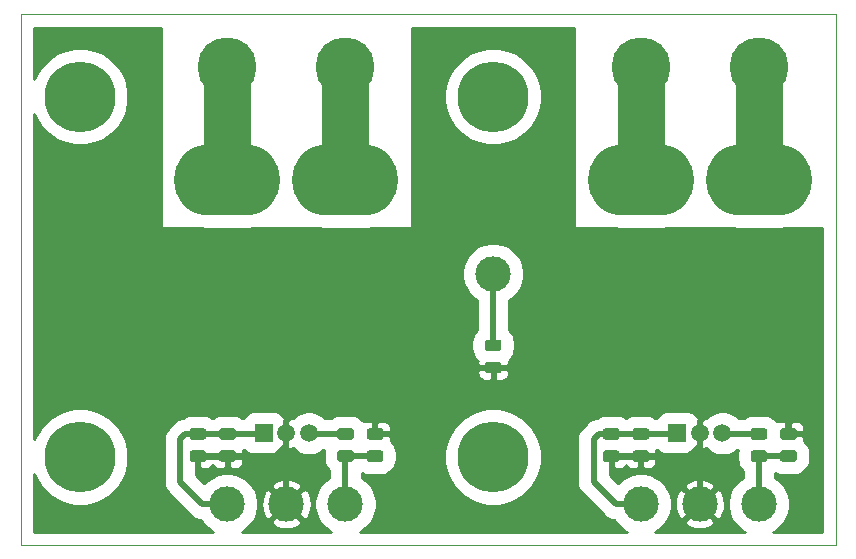
<source format=gbr>
G04 #@! TF.GenerationSoftware,KiCad,Pcbnew,(5.1.5)-3*
G04 #@! TF.CreationDate,2020-06-18T15:27:06+02:00*
G04 #@! TF.ProjectId,Amp_Hall_Effect_Sensor,416d705f-4861-46c6-9c5f-456666656374,Rev. 1*
G04 #@! TF.SameCoordinates,Original*
G04 #@! TF.FileFunction,Copper,L1,Top*
G04 #@! TF.FilePolarity,Positive*
%FSLAX46Y46*%
G04 Gerber Fmt 4.6, Leading zero omitted, Abs format (unit mm)*
G04 Created by KiCad (PCBNEW (5.1.5)-3) date 2020-06-18 15:27:06*
%MOMM*%
%LPD*%
G04 APERTURE LIST*
%ADD10C,0.050000*%
%ADD11C,0.100000*%
%ADD12C,3.000000*%
%ADD13C,6.000000*%
%ADD14C,5.000000*%
%ADD15C,0.800000*%
%ADD16R,1.500000X1.500000*%
%ADD17O,9.000000X6.000000*%
%ADD18C,1.500000*%
%ADD19C,0.800000*%
%ADD20C,0.500000*%
%ADD21C,4.000000*%
%ADD22C,0.254000*%
G04 APERTURE END LIST*
D10*
X257000000Y-129500000D02*
X188000000Y-129500000D01*
X257000000Y-174500000D02*
X257000000Y-129500000D01*
X255500000Y-174500000D02*
X257000000Y-174500000D01*
X188000000Y-174500000D02*
X255500000Y-174500000D01*
X188000000Y-172000000D02*
X188000000Y-174500000D01*
X188000000Y-129500000D02*
X188000000Y-172000000D01*
G04 #@! TA.AperFunction,SMDPad,CuDef*
D11*
G36*
X240980142Y-164576174D02*
G01*
X241003803Y-164579684D01*
X241027007Y-164585496D01*
X241049529Y-164593554D01*
X241071153Y-164603782D01*
X241091670Y-164616079D01*
X241110883Y-164630329D01*
X241128607Y-164646393D01*
X241144671Y-164664117D01*
X241158921Y-164683330D01*
X241171218Y-164703847D01*
X241181446Y-164725471D01*
X241189504Y-164747993D01*
X241195316Y-164771197D01*
X241198826Y-164794858D01*
X241200000Y-164818750D01*
X241200000Y-165306250D01*
X241198826Y-165330142D01*
X241195316Y-165353803D01*
X241189504Y-165377007D01*
X241181446Y-165399529D01*
X241171218Y-165421153D01*
X241158921Y-165441670D01*
X241144671Y-165460883D01*
X241128607Y-165478607D01*
X241110883Y-165494671D01*
X241091670Y-165508921D01*
X241071153Y-165521218D01*
X241049529Y-165531446D01*
X241027007Y-165539504D01*
X241003803Y-165545316D01*
X240980142Y-165548826D01*
X240956250Y-165550000D01*
X240043750Y-165550000D01*
X240019858Y-165548826D01*
X239996197Y-165545316D01*
X239972993Y-165539504D01*
X239950471Y-165531446D01*
X239928847Y-165521218D01*
X239908330Y-165508921D01*
X239889117Y-165494671D01*
X239871393Y-165478607D01*
X239855329Y-165460883D01*
X239841079Y-165441670D01*
X239828782Y-165421153D01*
X239818554Y-165399529D01*
X239810496Y-165377007D01*
X239804684Y-165353803D01*
X239801174Y-165330142D01*
X239800000Y-165306250D01*
X239800000Y-164818750D01*
X239801174Y-164794858D01*
X239804684Y-164771197D01*
X239810496Y-164747993D01*
X239818554Y-164725471D01*
X239828782Y-164703847D01*
X239841079Y-164683330D01*
X239855329Y-164664117D01*
X239871393Y-164646393D01*
X239889117Y-164630329D01*
X239908330Y-164616079D01*
X239928847Y-164603782D01*
X239950471Y-164593554D01*
X239972993Y-164585496D01*
X239996197Y-164579684D01*
X240019858Y-164576174D01*
X240043750Y-164575000D01*
X240956250Y-164575000D01*
X240980142Y-164576174D01*
G37*
G04 #@! TD.AperFunction*
G04 #@! TA.AperFunction,SMDPad,CuDef*
G36*
X240980142Y-166451174D02*
G01*
X241003803Y-166454684D01*
X241027007Y-166460496D01*
X241049529Y-166468554D01*
X241071153Y-166478782D01*
X241091670Y-166491079D01*
X241110883Y-166505329D01*
X241128607Y-166521393D01*
X241144671Y-166539117D01*
X241158921Y-166558330D01*
X241171218Y-166578847D01*
X241181446Y-166600471D01*
X241189504Y-166622993D01*
X241195316Y-166646197D01*
X241198826Y-166669858D01*
X241200000Y-166693750D01*
X241200000Y-167181250D01*
X241198826Y-167205142D01*
X241195316Y-167228803D01*
X241189504Y-167252007D01*
X241181446Y-167274529D01*
X241171218Y-167296153D01*
X241158921Y-167316670D01*
X241144671Y-167335883D01*
X241128607Y-167353607D01*
X241110883Y-167369671D01*
X241091670Y-167383921D01*
X241071153Y-167396218D01*
X241049529Y-167406446D01*
X241027007Y-167414504D01*
X241003803Y-167420316D01*
X240980142Y-167423826D01*
X240956250Y-167425000D01*
X240043750Y-167425000D01*
X240019858Y-167423826D01*
X239996197Y-167420316D01*
X239972993Y-167414504D01*
X239950471Y-167406446D01*
X239928847Y-167396218D01*
X239908330Y-167383921D01*
X239889117Y-167369671D01*
X239871393Y-167353607D01*
X239855329Y-167335883D01*
X239841079Y-167316670D01*
X239828782Y-167296153D01*
X239818554Y-167274529D01*
X239810496Y-167252007D01*
X239804684Y-167228803D01*
X239801174Y-167205142D01*
X239800000Y-167181250D01*
X239800000Y-166693750D01*
X239801174Y-166669858D01*
X239804684Y-166646197D01*
X239810496Y-166622993D01*
X239818554Y-166600471D01*
X239828782Y-166578847D01*
X239841079Y-166558330D01*
X239855329Y-166539117D01*
X239871393Y-166521393D01*
X239889117Y-166505329D01*
X239908330Y-166491079D01*
X239928847Y-166478782D01*
X239950471Y-166468554D01*
X239972993Y-166460496D01*
X239996197Y-166454684D01*
X240019858Y-166451174D01*
X240043750Y-166450000D01*
X240956250Y-166450000D01*
X240980142Y-166451174D01*
G37*
G04 #@! TD.AperFunction*
G04 #@! TA.AperFunction,SMDPad,CuDef*
G36*
X253480142Y-164576174D02*
G01*
X253503803Y-164579684D01*
X253527007Y-164585496D01*
X253549529Y-164593554D01*
X253571153Y-164603782D01*
X253591670Y-164616079D01*
X253610883Y-164630329D01*
X253628607Y-164646393D01*
X253644671Y-164664117D01*
X253658921Y-164683330D01*
X253671218Y-164703847D01*
X253681446Y-164725471D01*
X253689504Y-164747993D01*
X253695316Y-164771197D01*
X253698826Y-164794858D01*
X253700000Y-164818750D01*
X253700000Y-165306250D01*
X253698826Y-165330142D01*
X253695316Y-165353803D01*
X253689504Y-165377007D01*
X253681446Y-165399529D01*
X253671218Y-165421153D01*
X253658921Y-165441670D01*
X253644671Y-165460883D01*
X253628607Y-165478607D01*
X253610883Y-165494671D01*
X253591670Y-165508921D01*
X253571153Y-165521218D01*
X253549529Y-165531446D01*
X253527007Y-165539504D01*
X253503803Y-165545316D01*
X253480142Y-165548826D01*
X253456250Y-165550000D01*
X252543750Y-165550000D01*
X252519858Y-165548826D01*
X252496197Y-165545316D01*
X252472993Y-165539504D01*
X252450471Y-165531446D01*
X252428847Y-165521218D01*
X252408330Y-165508921D01*
X252389117Y-165494671D01*
X252371393Y-165478607D01*
X252355329Y-165460883D01*
X252341079Y-165441670D01*
X252328782Y-165421153D01*
X252318554Y-165399529D01*
X252310496Y-165377007D01*
X252304684Y-165353803D01*
X252301174Y-165330142D01*
X252300000Y-165306250D01*
X252300000Y-164818750D01*
X252301174Y-164794858D01*
X252304684Y-164771197D01*
X252310496Y-164747993D01*
X252318554Y-164725471D01*
X252328782Y-164703847D01*
X252341079Y-164683330D01*
X252355329Y-164664117D01*
X252371393Y-164646393D01*
X252389117Y-164630329D01*
X252408330Y-164616079D01*
X252428847Y-164603782D01*
X252450471Y-164593554D01*
X252472993Y-164585496D01*
X252496197Y-164579684D01*
X252519858Y-164576174D01*
X252543750Y-164575000D01*
X253456250Y-164575000D01*
X253480142Y-164576174D01*
G37*
G04 #@! TD.AperFunction*
G04 #@! TA.AperFunction,SMDPad,CuDef*
G36*
X253480142Y-166451174D02*
G01*
X253503803Y-166454684D01*
X253527007Y-166460496D01*
X253549529Y-166468554D01*
X253571153Y-166478782D01*
X253591670Y-166491079D01*
X253610883Y-166505329D01*
X253628607Y-166521393D01*
X253644671Y-166539117D01*
X253658921Y-166558330D01*
X253671218Y-166578847D01*
X253681446Y-166600471D01*
X253689504Y-166622993D01*
X253695316Y-166646197D01*
X253698826Y-166669858D01*
X253700000Y-166693750D01*
X253700000Y-167181250D01*
X253698826Y-167205142D01*
X253695316Y-167228803D01*
X253689504Y-167252007D01*
X253681446Y-167274529D01*
X253671218Y-167296153D01*
X253658921Y-167316670D01*
X253644671Y-167335883D01*
X253628607Y-167353607D01*
X253610883Y-167369671D01*
X253591670Y-167383921D01*
X253571153Y-167396218D01*
X253549529Y-167406446D01*
X253527007Y-167414504D01*
X253503803Y-167420316D01*
X253480142Y-167423826D01*
X253456250Y-167425000D01*
X252543750Y-167425000D01*
X252519858Y-167423826D01*
X252496197Y-167420316D01*
X252472993Y-167414504D01*
X252450471Y-167406446D01*
X252428847Y-167396218D01*
X252408330Y-167383921D01*
X252389117Y-167369671D01*
X252371393Y-167353607D01*
X252355329Y-167335883D01*
X252341079Y-167316670D01*
X252328782Y-167296153D01*
X252318554Y-167274529D01*
X252310496Y-167252007D01*
X252304684Y-167228803D01*
X252301174Y-167205142D01*
X252300000Y-167181250D01*
X252300000Y-166693750D01*
X252301174Y-166669858D01*
X252304684Y-166646197D01*
X252310496Y-166622993D01*
X252318554Y-166600471D01*
X252328782Y-166578847D01*
X252341079Y-166558330D01*
X252355329Y-166539117D01*
X252371393Y-166521393D01*
X252389117Y-166505329D01*
X252408330Y-166491079D01*
X252428847Y-166478782D01*
X252450471Y-166468554D01*
X252472993Y-166460496D01*
X252496197Y-166454684D01*
X252519858Y-166451174D01*
X252543750Y-166450000D01*
X253456250Y-166450000D01*
X253480142Y-166451174D01*
G37*
G04 #@! TD.AperFunction*
G04 #@! TA.AperFunction,SMDPad,CuDef*
G36*
X205980142Y-166451174D02*
G01*
X206003803Y-166454684D01*
X206027007Y-166460496D01*
X206049529Y-166468554D01*
X206071153Y-166478782D01*
X206091670Y-166491079D01*
X206110883Y-166505329D01*
X206128607Y-166521393D01*
X206144671Y-166539117D01*
X206158921Y-166558330D01*
X206171218Y-166578847D01*
X206181446Y-166600471D01*
X206189504Y-166622993D01*
X206195316Y-166646197D01*
X206198826Y-166669858D01*
X206200000Y-166693750D01*
X206200000Y-167181250D01*
X206198826Y-167205142D01*
X206195316Y-167228803D01*
X206189504Y-167252007D01*
X206181446Y-167274529D01*
X206171218Y-167296153D01*
X206158921Y-167316670D01*
X206144671Y-167335883D01*
X206128607Y-167353607D01*
X206110883Y-167369671D01*
X206091670Y-167383921D01*
X206071153Y-167396218D01*
X206049529Y-167406446D01*
X206027007Y-167414504D01*
X206003803Y-167420316D01*
X205980142Y-167423826D01*
X205956250Y-167425000D01*
X205043750Y-167425000D01*
X205019858Y-167423826D01*
X204996197Y-167420316D01*
X204972993Y-167414504D01*
X204950471Y-167406446D01*
X204928847Y-167396218D01*
X204908330Y-167383921D01*
X204889117Y-167369671D01*
X204871393Y-167353607D01*
X204855329Y-167335883D01*
X204841079Y-167316670D01*
X204828782Y-167296153D01*
X204818554Y-167274529D01*
X204810496Y-167252007D01*
X204804684Y-167228803D01*
X204801174Y-167205142D01*
X204800000Y-167181250D01*
X204800000Y-166693750D01*
X204801174Y-166669858D01*
X204804684Y-166646197D01*
X204810496Y-166622993D01*
X204818554Y-166600471D01*
X204828782Y-166578847D01*
X204841079Y-166558330D01*
X204855329Y-166539117D01*
X204871393Y-166521393D01*
X204889117Y-166505329D01*
X204908330Y-166491079D01*
X204928847Y-166478782D01*
X204950471Y-166468554D01*
X204972993Y-166460496D01*
X204996197Y-166454684D01*
X205019858Y-166451174D01*
X205043750Y-166450000D01*
X205956250Y-166450000D01*
X205980142Y-166451174D01*
G37*
G04 #@! TD.AperFunction*
G04 #@! TA.AperFunction,SMDPad,CuDef*
G36*
X205980142Y-164576174D02*
G01*
X206003803Y-164579684D01*
X206027007Y-164585496D01*
X206049529Y-164593554D01*
X206071153Y-164603782D01*
X206091670Y-164616079D01*
X206110883Y-164630329D01*
X206128607Y-164646393D01*
X206144671Y-164664117D01*
X206158921Y-164683330D01*
X206171218Y-164703847D01*
X206181446Y-164725471D01*
X206189504Y-164747993D01*
X206195316Y-164771197D01*
X206198826Y-164794858D01*
X206200000Y-164818750D01*
X206200000Y-165306250D01*
X206198826Y-165330142D01*
X206195316Y-165353803D01*
X206189504Y-165377007D01*
X206181446Y-165399529D01*
X206171218Y-165421153D01*
X206158921Y-165441670D01*
X206144671Y-165460883D01*
X206128607Y-165478607D01*
X206110883Y-165494671D01*
X206091670Y-165508921D01*
X206071153Y-165521218D01*
X206049529Y-165531446D01*
X206027007Y-165539504D01*
X206003803Y-165545316D01*
X205980142Y-165548826D01*
X205956250Y-165550000D01*
X205043750Y-165550000D01*
X205019858Y-165548826D01*
X204996197Y-165545316D01*
X204972993Y-165539504D01*
X204950471Y-165531446D01*
X204928847Y-165521218D01*
X204908330Y-165508921D01*
X204889117Y-165494671D01*
X204871393Y-165478607D01*
X204855329Y-165460883D01*
X204841079Y-165441670D01*
X204828782Y-165421153D01*
X204818554Y-165399529D01*
X204810496Y-165377007D01*
X204804684Y-165353803D01*
X204801174Y-165330142D01*
X204800000Y-165306250D01*
X204800000Y-164818750D01*
X204801174Y-164794858D01*
X204804684Y-164771197D01*
X204810496Y-164747993D01*
X204818554Y-164725471D01*
X204828782Y-164703847D01*
X204841079Y-164683330D01*
X204855329Y-164664117D01*
X204871393Y-164646393D01*
X204889117Y-164630329D01*
X204908330Y-164616079D01*
X204928847Y-164603782D01*
X204950471Y-164593554D01*
X204972993Y-164585496D01*
X204996197Y-164579684D01*
X205019858Y-164576174D01*
X205043750Y-164575000D01*
X205956250Y-164575000D01*
X205980142Y-164576174D01*
G37*
G04 #@! TD.AperFunction*
G04 #@! TA.AperFunction,SMDPad,CuDef*
G36*
X218480142Y-164576174D02*
G01*
X218503803Y-164579684D01*
X218527007Y-164585496D01*
X218549529Y-164593554D01*
X218571153Y-164603782D01*
X218591670Y-164616079D01*
X218610883Y-164630329D01*
X218628607Y-164646393D01*
X218644671Y-164664117D01*
X218658921Y-164683330D01*
X218671218Y-164703847D01*
X218681446Y-164725471D01*
X218689504Y-164747993D01*
X218695316Y-164771197D01*
X218698826Y-164794858D01*
X218700000Y-164818750D01*
X218700000Y-165306250D01*
X218698826Y-165330142D01*
X218695316Y-165353803D01*
X218689504Y-165377007D01*
X218681446Y-165399529D01*
X218671218Y-165421153D01*
X218658921Y-165441670D01*
X218644671Y-165460883D01*
X218628607Y-165478607D01*
X218610883Y-165494671D01*
X218591670Y-165508921D01*
X218571153Y-165521218D01*
X218549529Y-165531446D01*
X218527007Y-165539504D01*
X218503803Y-165545316D01*
X218480142Y-165548826D01*
X218456250Y-165550000D01*
X217543750Y-165550000D01*
X217519858Y-165548826D01*
X217496197Y-165545316D01*
X217472993Y-165539504D01*
X217450471Y-165531446D01*
X217428847Y-165521218D01*
X217408330Y-165508921D01*
X217389117Y-165494671D01*
X217371393Y-165478607D01*
X217355329Y-165460883D01*
X217341079Y-165441670D01*
X217328782Y-165421153D01*
X217318554Y-165399529D01*
X217310496Y-165377007D01*
X217304684Y-165353803D01*
X217301174Y-165330142D01*
X217300000Y-165306250D01*
X217300000Y-164818750D01*
X217301174Y-164794858D01*
X217304684Y-164771197D01*
X217310496Y-164747993D01*
X217318554Y-164725471D01*
X217328782Y-164703847D01*
X217341079Y-164683330D01*
X217355329Y-164664117D01*
X217371393Y-164646393D01*
X217389117Y-164630329D01*
X217408330Y-164616079D01*
X217428847Y-164603782D01*
X217450471Y-164593554D01*
X217472993Y-164585496D01*
X217496197Y-164579684D01*
X217519858Y-164576174D01*
X217543750Y-164575000D01*
X218456250Y-164575000D01*
X218480142Y-164576174D01*
G37*
G04 #@! TD.AperFunction*
G04 #@! TA.AperFunction,SMDPad,CuDef*
G36*
X218480142Y-166451174D02*
G01*
X218503803Y-166454684D01*
X218527007Y-166460496D01*
X218549529Y-166468554D01*
X218571153Y-166478782D01*
X218591670Y-166491079D01*
X218610883Y-166505329D01*
X218628607Y-166521393D01*
X218644671Y-166539117D01*
X218658921Y-166558330D01*
X218671218Y-166578847D01*
X218681446Y-166600471D01*
X218689504Y-166622993D01*
X218695316Y-166646197D01*
X218698826Y-166669858D01*
X218700000Y-166693750D01*
X218700000Y-167181250D01*
X218698826Y-167205142D01*
X218695316Y-167228803D01*
X218689504Y-167252007D01*
X218681446Y-167274529D01*
X218671218Y-167296153D01*
X218658921Y-167316670D01*
X218644671Y-167335883D01*
X218628607Y-167353607D01*
X218610883Y-167369671D01*
X218591670Y-167383921D01*
X218571153Y-167396218D01*
X218549529Y-167406446D01*
X218527007Y-167414504D01*
X218503803Y-167420316D01*
X218480142Y-167423826D01*
X218456250Y-167425000D01*
X217543750Y-167425000D01*
X217519858Y-167423826D01*
X217496197Y-167420316D01*
X217472993Y-167414504D01*
X217450471Y-167406446D01*
X217428847Y-167396218D01*
X217408330Y-167383921D01*
X217389117Y-167369671D01*
X217371393Y-167353607D01*
X217355329Y-167335883D01*
X217341079Y-167316670D01*
X217328782Y-167296153D01*
X217318554Y-167274529D01*
X217310496Y-167252007D01*
X217304684Y-167228803D01*
X217301174Y-167205142D01*
X217300000Y-167181250D01*
X217300000Y-166693750D01*
X217301174Y-166669858D01*
X217304684Y-166646197D01*
X217310496Y-166622993D01*
X217318554Y-166600471D01*
X217328782Y-166578847D01*
X217341079Y-166558330D01*
X217355329Y-166539117D01*
X217371393Y-166521393D01*
X217389117Y-166505329D01*
X217408330Y-166491079D01*
X217428847Y-166478782D01*
X217450471Y-166468554D01*
X217472993Y-166460496D01*
X217496197Y-166454684D01*
X217519858Y-166451174D01*
X217543750Y-166450000D01*
X218456250Y-166450000D01*
X218480142Y-166451174D01*
G37*
G04 #@! TD.AperFunction*
G04 #@! TA.AperFunction,SMDPad,CuDef*
G36*
X238480142Y-166451174D02*
G01*
X238503803Y-166454684D01*
X238527007Y-166460496D01*
X238549529Y-166468554D01*
X238571153Y-166478782D01*
X238591670Y-166491079D01*
X238610883Y-166505329D01*
X238628607Y-166521393D01*
X238644671Y-166539117D01*
X238658921Y-166558330D01*
X238671218Y-166578847D01*
X238681446Y-166600471D01*
X238689504Y-166622993D01*
X238695316Y-166646197D01*
X238698826Y-166669858D01*
X238700000Y-166693750D01*
X238700000Y-167181250D01*
X238698826Y-167205142D01*
X238695316Y-167228803D01*
X238689504Y-167252007D01*
X238681446Y-167274529D01*
X238671218Y-167296153D01*
X238658921Y-167316670D01*
X238644671Y-167335883D01*
X238628607Y-167353607D01*
X238610883Y-167369671D01*
X238591670Y-167383921D01*
X238571153Y-167396218D01*
X238549529Y-167406446D01*
X238527007Y-167414504D01*
X238503803Y-167420316D01*
X238480142Y-167423826D01*
X238456250Y-167425000D01*
X237543750Y-167425000D01*
X237519858Y-167423826D01*
X237496197Y-167420316D01*
X237472993Y-167414504D01*
X237450471Y-167406446D01*
X237428847Y-167396218D01*
X237408330Y-167383921D01*
X237389117Y-167369671D01*
X237371393Y-167353607D01*
X237355329Y-167335883D01*
X237341079Y-167316670D01*
X237328782Y-167296153D01*
X237318554Y-167274529D01*
X237310496Y-167252007D01*
X237304684Y-167228803D01*
X237301174Y-167205142D01*
X237300000Y-167181250D01*
X237300000Y-166693750D01*
X237301174Y-166669858D01*
X237304684Y-166646197D01*
X237310496Y-166622993D01*
X237318554Y-166600471D01*
X237328782Y-166578847D01*
X237341079Y-166558330D01*
X237355329Y-166539117D01*
X237371393Y-166521393D01*
X237389117Y-166505329D01*
X237408330Y-166491079D01*
X237428847Y-166478782D01*
X237450471Y-166468554D01*
X237472993Y-166460496D01*
X237496197Y-166454684D01*
X237519858Y-166451174D01*
X237543750Y-166450000D01*
X238456250Y-166450000D01*
X238480142Y-166451174D01*
G37*
G04 #@! TD.AperFunction*
G04 #@! TA.AperFunction,SMDPad,CuDef*
G36*
X238480142Y-164576174D02*
G01*
X238503803Y-164579684D01*
X238527007Y-164585496D01*
X238549529Y-164593554D01*
X238571153Y-164603782D01*
X238591670Y-164616079D01*
X238610883Y-164630329D01*
X238628607Y-164646393D01*
X238644671Y-164664117D01*
X238658921Y-164683330D01*
X238671218Y-164703847D01*
X238681446Y-164725471D01*
X238689504Y-164747993D01*
X238695316Y-164771197D01*
X238698826Y-164794858D01*
X238700000Y-164818750D01*
X238700000Y-165306250D01*
X238698826Y-165330142D01*
X238695316Y-165353803D01*
X238689504Y-165377007D01*
X238681446Y-165399529D01*
X238671218Y-165421153D01*
X238658921Y-165441670D01*
X238644671Y-165460883D01*
X238628607Y-165478607D01*
X238610883Y-165494671D01*
X238591670Y-165508921D01*
X238571153Y-165521218D01*
X238549529Y-165531446D01*
X238527007Y-165539504D01*
X238503803Y-165545316D01*
X238480142Y-165548826D01*
X238456250Y-165550000D01*
X237543750Y-165550000D01*
X237519858Y-165548826D01*
X237496197Y-165545316D01*
X237472993Y-165539504D01*
X237450471Y-165531446D01*
X237428847Y-165521218D01*
X237408330Y-165508921D01*
X237389117Y-165494671D01*
X237371393Y-165478607D01*
X237355329Y-165460883D01*
X237341079Y-165441670D01*
X237328782Y-165421153D01*
X237318554Y-165399529D01*
X237310496Y-165377007D01*
X237304684Y-165353803D01*
X237301174Y-165330142D01*
X237300000Y-165306250D01*
X237300000Y-164818750D01*
X237301174Y-164794858D01*
X237304684Y-164771197D01*
X237310496Y-164747993D01*
X237318554Y-164725471D01*
X237328782Y-164703847D01*
X237341079Y-164683330D01*
X237355329Y-164664117D01*
X237371393Y-164646393D01*
X237389117Y-164630329D01*
X237408330Y-164616079D01*
X237428847Y-164603782D01*
X237450471Y-164593554D01*
X237472993Y-164585496D01*
X237496197Y-164579684D01*
X237519858Y-164576174D01*
X237543750Y-164575000D01*
X238456250Y-164575000D01*
X238480142Y-164576174D01*
G37*
G04 #@! TD.AperFunction*
G04 #@! TA.AperFunction,SMDPad,CuDef*
G36*
X203480142Y-166451174D02*
G01*
X203503803Y-166454684D01*
X203527007Y-166460496D01*
X203549529Y-166468554D01*
X203571153Y-166478782D01*
X203591670Y-166491079D01*
X203610883Y-166505329D01*
X203628607Y-166521393D01*
X203644671Y-166539117D01*
X203658921Y-166558330D01*
X203671218Y-166578847D01*
X203681446Y-166600471D01*
X203689504Y-166622993D01*
X203695316Y-166646197D01*
X203698826Y-166669858D01*
X203700000Y-166693750D01*
X203700000Y-167181250D01*
X203698826Y-167205142D01*
X203695316Y-167228803D01*
X203689504Y-167252007D01*
X203681446Y-167274529D01*
X203671218Y-167296153D01*
X203658921Y-167316670D01*
X203644671Y-167335883D01*
X203628607Y-167353607D01*
X203610883Y-167369671D01*
X203591670Y-167383921D01*
X203571153Y-167396218D01*
X203549529Y-167406446D01*
X203527007Y-167414504D01*
X203503803Y-167420316D01*
X203480142Y-167423826D01*
X203456250Y-167425000D01*
X202543750Y-167425000D01*
X202519858Y-167423826D01*
X202496197Y-167420316D01*
X202472993Y-167414504D01*
X202450471Y-167406446D01*
X202428847Y-167396218D01*
X202408330Y-167383921D01*
X202389117Y-167369671D01*
X202371393Y-167353607D01*
X202355329Y-167335883D01*
X202341079Y-167316670D01*
X202328782Y-167296153D01*
X202318554Y-167274529D01*
X202310496Y-167252007D01*
X202304684Y-167228803D01*
X202301174Y-167205142D01*
X202300000Y-167181250D01*
X202300000Y-166693750D01*
X202301174Y-166669858D01*
X202304684Y-166646197D01*
X202310496Y-166622993D01*
X202318554Y-166600471D01*
X202328782Y-166578847D01*
X202341079Y-166558330D01*
X202355329Y-166539117D01*
X202371393Y-166521393D01*
X202389117Y-166505329D01*
X202408330Y-166491079D01*
X202428847Y-166478782D01*
X202450471Y-166468554D01*
X202472993Y-166460496D01*
X202496197Y-166454684D01*
X202519858Y-166451174D01*
X202543750Y-166450000D01*
X203456250Y-166450000D01*
X203480142Y-166451174D01*
G37*
G04 #@! TD.AperFunction*
G04 #@! TA.AperFunction,SMDPad,CuDef*
G36*
X203480142Y-164576174D02*
G01*
X203503803Y-164579684D01*
X203527007Y-164585496D01*
X203549529Y-164593554D01*
X203571153Y-164603782D01*
X203591670Y-164616079D01*
X203610883Y-164630329D01*
X203628607Y-164646393D01*
X203644671Y-164664117D01*
X203658921Y-164683330D01*
X203671218Y-164703847D01*
X203681446Y-164725471D01*
X203689504Y-164747993D01*
X203695316Y-164771197D01*
X203698826Y-164794858D01*
X203700000Y-164818750D01*
X203700000Y-165306250D01*
X203698826Y-165330142D01*
X203695316Y-165353803D01*
X203689504Y-165377007D01*
X203681446Y-165399529D01*
X203671218Y-165421153D01*
X203658921Y-165441670D01*
X203644671Y-165460883D01*
X203628607Y-165478607D01*
X203610883Y-165494671D01*
X203591670Y-165508921D01*
X203571153Y-165521218D01*
X203549529Y-165531446D01*
X203527007Y-165539504D01*
X203503803Y-165545316D01*
X203480142Y-165548826D01*
X203456250Y-165550000D01*
X202543750Y-165550000D01*
X202519858Y-165548826D01*
X202496197Y-165545316D01*
X202472993Y-165539504D01*
X202450471Y-165531446D01*
X202428847Y-165521218D01*
X202408330Y-165508921D01*
X202389117Y-165494671D01*
X202371393Y-165478607D01*
X202355329Y-165460883D01*
X202341079Y-165441670D01*
X202328782Y-165421153D01*
X202318554Y-165399529D01*
X202310496Y-165377007D01*
X202304684Y-165353803D01*
X202301174Y-165330142D01*
X202300000Y-165306250D01*
X202300000Y-164818750D01*
X202301174Y-164794858D01*
X202304684Y-164771197D01*
X202310496Y-164747993D01*
X202318554Y-164725471D01*
X202328782Y-164703847D01*
X202341079Y-164683330D01*
X202355329Y-164664117D01*
X202371393Y-164646393D01*
X202389117Y-164630329D01*
X202408330Y-164616079D01*
X202428847Y-164603782D01*
X202450471Y-164593554D01*
X202472993Y-164585496D01*
X202496197Y-164579684D01*
X202519858Y-164576174D01*
X202543750Y-164575000D01*
X203456250Y-164575000D01*
X203480142Y-164576174D01*
G37*
G04 #@! TD.AperFunction*
D12*
X240500000Y-171000000D03*
X245500000Y-171000000D03*
X250500000Y-171000000D03*
X205500000Y-171000000D03*
X210500000Y-171000000D03*
X215500000Y-171000000D03*
X228000000Y-151500000D03*
D13*
X193000000Y-136500000D03*
X228000000Y-136500000D03*
X193000000Y-167000000D03*
D14*
X240500000Y-134000000D03*
X250500000Y-134000000D03*
X205500000Y-134000000D03*
X215500000Y-134000000D03*
D13*
X228000000Y-167000000D03*
G04 #@! TA.AperFunction,SMDPad,CuDef*
D11*
G36*
X228480142Y-157076174D02*
G01*
X228503803Y-157079684D01*
X228527007Y-157085496D01*
X228549529Y-157093554D01*
X228571153Y-157103782D01*
X228591670Y-157116079D01*
X228610883Y-157130329D01*
X228628607Y-157146393D01*
X228644671Y-157164117D01*
X228658921Y-157183330D01*
X228671218Y-157203847D01*
X228681446Y-157225471D01*
X228689504Y-157247993D01*
X228695316Y-157271197D01*
X228698826Y-157294858D01*
X228700000Y-157318750D01*
X228700000Y-157806250D01*
X228698826Y-157830142D01*
X228695316Y-157853803D01*
X228689504Y-157877007D01*
X228681446Y-157899529D01*
X228671218Y-157921153D01*
X228658921Y-157941670D01*
X228644671Y-157960883D01*
X228628607Y-157978607D01*
X228610883Y-157994671D01*
X228591670Y-158008921D01*
X228571153Y-158021218D01*
X228549529Y-158031446D01*
X228527007Y-158039504D01*
X228503803Y-158045316D01*
X228480142Y-158048826D01*
X228456250Y-158050000D01*
X227543750Y-158050000D01*
X227519858Y-158048826D01*
X227496197Y-158045316D01*
X227472993Y-158039504D01*
X227450471Y-158031446D01*
X227428847Y-158021218D01*
X227408330Y-158008921D01*
X227389117Y-157994671D01*
X227371393Y-157978607D01*
X227355329Y-157960883D01*
X227341079Y-157941670D01*
X227328782Y-157921153D01*
X227318554Y-157899529D01*
X227310496Y-157877007D01*
X227304684Y-157853803D01*
X227301174Y-157830142D01*
X227300000Y-157806250D01*
X227300000Y-157318750D01*
X227301174Y-157294858D01*
X227304684Y-157271197D01*
X227310496Y-157247993D01*
X227318554Y-157225471D01*
X227328782Y-157203847D01*
X227341079Y-157183330D01*
X227355329Y-157164117D01*
X227371393Y-157146393D01*
X227389117Y-157130329D01*
X227408330Y-157116079D01*
X227428847Y-157103782D01*
X227450471Y-157093554D01*
X227472993Y-157085496D01*
X227496197Y-157079684D01*
X227519858Y-157076174D01*
X227543750Y-157075000D01*
X228456250Y-157075000D01*
X228480142Y-157076174D01*
G37*
G04 #@! TD.AperFunction*
G04 #@! TA.AperFunction,SMDPad,CuDef*
G36*
X228480142Y-158951174D02*
G01*
X228503803Y-158954684D01*
X228527007Y-158960496D01*
X228549529Y-158968554D01*
X228571153Y-158978782D01*
X228591670Y-158991079D01*
X228610883Y-159005329D01*
X228628607Y-159021393D01*
X228644671Y-159039117D01*
X228658921Y-159058330D01*
X228671218Y-159078847D01*
X228681446Y-159100471D01*
X228689504Y-159122993D01*
X228695316Y-159146197D01*
X228698826Y-159169858D01*
X228700000Y-159193750D01*
X228700000Y-159681250D01*
X228698826Y-159705142D01*
X228695316Y-159728803D01*
X228689504Y-159752007D01*
X228681446Y-159774529D01*
X228671218Y-159796153D01*
X228658921Y-159816670D01*
X228644671Y-159835883D01*
X228628607Y-159853607D01*
X228610883Y-159869671D01*
X228591670Y-159883921D01*
X228571153Y-159896218D01*
X228549529Y-159906446D01*
X228527007Y-159914504D01*
X228503803Y-159920316D01*
X228480142Y-159923826D01*
X228456250Y-159925000D01*
X227543750Y-159925000D01*
X227519858Y-159923826D01*
X227496197Y-159920316D01*
X227472993Y-159914504D01*
X227450471Y-159906446D01*
X227428847Y-159896218D01*
X227408330Y-159883921D01*
X227389117Y-159869671D01*
X227371393Y-159853607D01*
X227355329Y-159835883D01*
X227341079Y-159816670D01*
X227328782Y-159796153D01*
X227318554Y-159774529D01*
X227310496Y-159752007D01*
X227304684Y-159728803D01*
X227301174Y-159705142D01*
X227300000Y-159681250D01*
X227300000Y-159193750D01*
X227301174Y-159169858D01*
X227304684Y-159146197D01*
X227310496Y-159122993D01*
X227318554Y-159100471D01*
X227328782Y-159078847D01*
X227341079Y-159058330D01*
X227355329Y-159039117D01*
X227371393Y-159021393D01*
X227389117Y-159005329D01*
X227408330Y-158991079D01*
X227428847Y-158978782D01*
X227450471Y-158968554D01*
X227472993Y-158960496D01*
X227496197Y-158954684D01*
X227519858Y-158951174D01*
X227543750Y-158950000D01*
X228456250Y-158950000D01*
X228480142Y-158951174D01*
G37*
G04 #@! TD.AperFunction*
G04 #@! TA.AperFunction,SMDPad,CuDef*
G36*
X250980142Y-164576174D02*
G01*
X251003803Y-164579684D01*
X251027007Y-164585496D01*
X251049529Y-164593554D01*
X251071153Y-164603782D01*
X251091670Y-164616079D01*
X251110883Y-164630329D01*
X251128607Y-164646393D01*
X251144671Y-164664117D01*
X251158921Y-164683330D01*
X251171218Y-164703847D01*
X251181446Y-164725471D01*
X251189504Y-164747993D01*
X251195316Y-164771197D01*
X251198826Y-164794858D01*
X251200000Y-164818750D01*
X251200000Y-165306250D01*
X251198826Y-165330142D01*
X251195316Y-165353803D01*
X251189504Y-165377007D01*
X251181446Y-165399529D01*
X251171218Y-165421153D01*
X251158921Y-165441670D01*
X251144671Y-165460883D01*
X251128607Y-165478607D01*
X251110883Y-165494671D01*
X251091670Y-165508921D01*
X251071153Y-165521218D01*
X251049529Y-165531446D01*
X251027007Y-165539504D01*
X251003803Y-165545316D01*
X250980142Y-165548826D01*
X250956250Y-165550000D01*
X250043750Y-165550000D01*
X250019858Y-165548826D01*
X249996197Y-165545316D01*
X249972993Y-165539504D01*
X249950471Y-165531446D01*
X249928847Y-165521218D01*
X249908330Y-165508921D01*
X249889117Y-165494671D01*
X249871393Y-165478607D01*
X249855329Y-165460883D01*
X249841079Y-165441670D01*
X249828782Y-165421153D01*
X249818554Y-165399529D01*
X249810496Y-165377007D01*
X249804684Y-165353803D01*
X249801174Y-165330142D01*
X249800000Y-165306250D01*
X249800000Y-164818750D01*
X249801174Y-164794858D01*
X249804684Y-164771197D01*
X249810496Y-164747993D01*
X249818554Y-164725471D01*
X249828782Y-164703847D01*
X249841079Y-164683330D01*
X249855329Y-164664117D01*
X249871393Y-164646393D01*
X249889117Y-164630329D01*
X249908330Y-164616079D01*
X249928847Y-164603782D01*
X249950471Y-164593554D01*
X249972993Y-164585496D01*
X249996197Y-164579684D01*
X250019858Y-164576174D01*
X250043750Y-164575000D01*
X250956250Y-164575000D01*
X250980142Y-164576174D01*
G37*
G04 #@! TD.AperFunction*
G04 #@! TA.AperFunction,SMDPad,CuDef*
G36*
X250980142Y-166451174D02*
G01*
X251003803Y-166454684D01*
X251027007Y-166460496D01*
X251049529Y-166468554D01*
X251071153Y-166478782D01*
X251091670Y-166491079D01*
X251110883Y-166505329D01*
X251128607Y-166521393D01*
X251144671Y-166539117D01*
X251158921Y-166558330D01*
X251171218Y-166578847D01*
X251181446Y-166600471D01*
X251189504Y-166622993D01*
X251195316Y-166646197D01*
X251198826Y-166669858D01*
X251200000Y-166693750D01*
X251200000Y-167181250D01*
X251198826Y-167205142D01*
X251195316Y-167228803D01*
X251189504Y-167252007D01*
X251181446Y-167274529D01*
X251171218Y-167296153D01*
X251158921Y-167316670D01*
X251144671Y-167335883D01*
X251128607Y-167353607D01*
X251110883Y-167369671D01*
X251091670Y-167383921D01*
X251071153Y-167396218D01*
X251049529Y-167406446D01*
X251027007Y-167414504D01*
X251003803Y-167420316D01*
X250980142Y-167423826D01*
X250956250Y-167425000D01*
X250043750Y-167425000D01*
X250019858Y-167423826D01*
X249996197Y-167420316D01*
X249972993Y-167414504D01*
X249950471Y-167406446D01*
X249928847Y-167396218D01*
X249908330Y-167383921D01*
X249889117Y-167369671D01*
X249871393Y-167353607D01*
X249855329Y-167335883D01*
X249841079Y-167316670D01*
X249828782Y-167296153D01*
X249818554Y-167274529D01*
X249810496Y-167252007D01*
X249804684Y-167228803D01*
X249801174Y-167205142D01*
X249800000Y-167181250D01*
X249800000Y-166693750D01*
X249801174Y-166669858D01*
X249804684Y-166646197D01*
X249810496Y-166622993D01*
X249818554Y-166600471D01*
X249828782Y-166578847D01*
X249841079Y-166558330D01*
X249855329Y-166539117D01*
X249871393Y-166521393D01*
X249889117Y-166505329D01*
X249908330Y-166491079D01*
X249928847Y-166478782D01*
X249950471Y-166468554D01*
X249972993Y-166460496D01*
X249996197Y-166454684D01*
X250019858Y-166451174D01*
X250043750Y-166450000D01*
X250956250Y-166450000D01*
X250980142Y-166451174D01*
G37*
G04 #@! TD.AperFunction*
G04 #@! TA.AperFunction,SMDPad,CuDef*
G36*
X215980142Y-166451174D02*
G01*
X216003803Y-166454684D01*
X216027007Y-166460496D01*
X216049529Y-166468554D01*
X216071153Y-166478782D01*
X216091670Y-166491079D01*
X216110883Y-166505329D01*
X216128607Y-166521393D01*
X216144671Y-166539117D01*
X216158921Y-166558330D01*
X216171218Y-166578847D01*
X216181446Y-166600471D01*
X216189504Y-166622993D01*
X216195316Y-166646197D01*
X216198826Y-166669858D01*
X216200000Y-166693750D01*
X216200000Y-167181250D01*
X216198826Y-167205142D01*
X216195316Y-167228803D01*
X216189504Y-167252007D01*
X216181446Y-167274529D01*
X216171218Y-167296153D01*
X216158921Y-167316670D01*
X216144671Y-167335883D01*
X216128607Y-167353607D01*
X216110883Y-167369671D01*
X216091670Y-167383921D01*
X216071153Y-167396218D01*
X216049529Y-167406446D01*
X216027007Y-167414504D01*
X216003803Y-167420316D01*
X215980142Y-167423826D01*
X215956250Y-167425000D01*
X215043750Y-167425000D01*
X215019858Y-167423826D01*
X214996197Y-167420316D01*
X214972993Y-167414504D01*
X214950471Y-167406446D01*
X214928847Y-167396218D01*
X214908330Y-167383921D01*
X214889117Y-167369671D01*
X214871393Y-167353607D01*
X214855329Y-167335883D01*
X214841079Y-167316670D01*
X214828782Y-167296153D01*
X214818554Y-167274529D01*
X214810496Y-167252007D01*
X214804684Y-167228803D01*
X214801174Y-167205142D01*
X214800000Y-167181250D01*
X214800000Y-166693750D01*
X214801174Y-166669858D01*
X214804684Y-166646197D01*
X214810496Y-166622993D01*
X214818554Y-166600471D01*
X214828782Y-166578847D01*
X214841079Y-166558330D01*
X214855329Y-166539117D01*
X214871393Y-166521393D01*
X214889117Y-166505329D01*
X214908330Y-166491079D01*
X214928847Y-166478782D01*
X214950471Y-166468554D01*
X214972993Y-166460496D01*
X214996197Y-166454684D01*
X215019858Y-166451174D01*
X215043750Y-166450000D01*
X215956250Y-166450000D01*
X215980142Y-166451174D01*
G37*
G04 #@! TD.AperFunction*
G04 #@! TA.AperFunction,SMDPad,CuDef*
G36*
X215980142Y-164576174D02*
G01*
X216003803Y-164579684D01*
X216027007Y-164585496D01*
X216049529Y-164593554D01*
X216071153Y-164603782D01*
X216091670Y-164616079D01*
X216110883Y-164630329D01*
X216128607Y-164646393D01*
X216144671Y-164664117D01*
X216158921Y-164683330D01*
X216171218Y-164703847D01*
X216181446Y-164725471D01*
X216189504Y-164747993D01*
X216195316Y-164771197D01*
X216198826Y-164794858D01*
X216200000Y-164818750D01*
X216200000Y-165306250D01*
X216198826Y-165330142D01*
X216195316Y-165353803D01*
X216189504Y-165377007D01*
X216181446Y-165399529D01*
X216171218Y-165421153D01*
X216158921Y-165441670D01*
X216144671Y-165460883D01*
X216128607Y-165478607D01*
X216110883Y-165494671D01*
X216091670Y-165508921D01*
X216071153Y-165521218D01*
X216049529Y-165531446D01*
X216027007Y-165539504D01*
X216003803Y-165545316D01*
X215980142Y-165548826D01*
X215956250Y-165550000D01*
X215043750Y-165550000D01*
X215019858Y-165548826D01*
X214996197Y-165545316D01*
X214972993Y-165539504D01*
X214950471Y-165531446D01*
X214928847Y-165521218D01*
X214908330Y-165508921D01*
X214889117Y-165494671D01*
X214871393Y-165478607D01*
X214855329Y-165460883D01*
X214841079Y-165441670D01*
X214828782Y-165421153D01*
X214818554Y-165399529D01*
X214810496Y-165377007D01*
X214804684Y-165353803D01*
X214801174Y-165330142D01*
X214800000Y-165306250D01*
X214800000Y-164818750D01*
X214801174Y-164794858D01*
X214804684Y-164771197D01*
X214810496Y-164747993D01*
X214818554Y-164725471D01*
X214828782Y-164703847D01*
X214841079Y-164683330D01*
X214855329Y-164664117D01*
X214871393Y-164646393D01*
X214889117Y-164630329D01*
X214908330Y-164616079D01*
X214928847Y-164603782D01*
X214950471Y-164593554D01*
X214972993Y-164585496D01*
X214996197Y-164579684D01*
X215019858Y-164576174D01*
X215043750Y-164575000D01*
X215956250Y-164575000D01*
X215980142Y-164576174D01*
G37*
G04 #@! TD.AperFunction*
D15*
X238500000Y-145650000D03*
X248500000Y-145650000D03*
X236550000Y-144230000D03*
D16*
X243590000Y-165000000D03*
D15*
X243700000Y-145260000D03*
X241170000Y-145650000D03*
X241170000Y-141550000D03*
X251170000Y-141550000D03*
X247300000Y-141940000D03*
X253700000Y-141940000D03*
X252500000Y-141550000D03*
D17*
X240500000Y-143600000D03*
X250500000Y-143600000D03*
D18*
X247410000Y-165000000D03*
X245500000Y-165000000D03*
D15*
X248500000Y-141550000D03*
X237300000Y-141940000D03*
D19*
X244450000Y-144230000D02*
X244450000Y-144230000D01*
D15*
X237300000Y-145260000D03*
X239830000Y-145650000D03*
X254450000Y-142970000D03*
X239830000Y-141550000D03*
X254450000Y-144230000D03*
X247300000Y-145260000D03*
X238500000Y-141550000D03*
D19*
X246550000Y-144230000D02*
X246550000Y-144230000D01*
D15*
X253700000Y-145260000D03*
X251170000Y-145650000D03*
D19*
X244450000Y-142970000D02*
X244450000Y-142970000D01*
D15*
X243700000Y-141940000D03*
X249830000Y-145650000D03*
X249830000Y-141550000D03*
X236550000Y-142970000D03*
X242500000Y-145650000D03*
X242500000Y-141550000D03*
D19*
X246550000Y-142970000D02*
X246550000Y-142970000D01*
D15*
X252500000Y-145650000D03*
X217500000Y-145650000D03*
D19*
X211550000Y-142970000D02*
X211550000Y-142970000D01*
D15*
X207500000Y-141550000D03*
X207500000Y-145650000D03*
X201550000Y-142970000D03*
X214830000Y-141550000D03*
X214830000Y-145650000D03*
X208700000Y-141940000D03*
D19*
X209450000Y-142970000D02*
X209450000Y-142970000D01*
D15*
X216170000Y-145650000D03*
X218700000Y-145260000D03*
D19*
X211550000Y-144230000D02*
X211550000Y-144230000D01*
D15*
X203500000Y-141550000D03*
X212300000Y-145260000D03*
X219450000Y-144230000D03*
X204830000Y-141550000D03*
X219450000Y-142970000D03*
X204830000Y-145650000D03*
X202300000Y-145260000D03*
D19*
X209450000Y-144230000D02*
X209450000Y-144230000D01*
D15*
X202300000Y-141940000D03*
X213500000Y-141550000D03*
D18*
X210500000Y-165000000D03*
X212410000Y-165000000D03*
D17*
X215500000Y-143600000D03*
X205500000Y-143600000D03*
D15*
X217500000Y-141550000D03*
X218700000Y-141940000D03*
X212300000Y-141940000D03*
X216170000Y-141550000D03*
X206170000Y-141550000D03*
X206170000Y-145650000D03*
X208700000Y-145260000D03*
D16*
X208590000Y-165000000D03*
D15*
X201550000Y-144230000D03*
X213500000Y-145650000D03*
X203500000Y-145650000D03*
D20*
X240500000Y-165062500D02*
X238000000Y-165062500D01*
X243527500Y-165062500D02*
X243590000Y-165000000D01*
X240500000Y-165062500D02*
X243527500Y-165062500D01*
X238378680Y-171000000D02*
X236500000Y-169121320D01*
X240500000Y-171000000D02*
X238378680Y-171000000D01*
X236500000Y-169121320D02*
X236500000Y-165500000D01*
X236937500Y-165062500D02*
X238000000Y-165062500D01*
X236500000Y-165500000D02*
X236937500Y-165062500D01*
X203000000Y-165062500D02*
X205500000Y-165062500D01*
X208527500Y-165062500D02*
X208590000Y-165000000D01*
X205500000Y-165062500D02*
X208527500Y-165062500D01*
X201937500Y-165062500D02*
X203000000Y-165062500D01*
X201500000Y-165500000D02*
X201937500Y-165062500D01*
X201500000Y-169121320D02*
X201500000Y-165500000D01*
X205500000Y-171000000D02*
X203378680Y-171000000D01*
X203378680Y-171000000D02*
X201500000Y-169121320D01*
X245500000Y-165000000D02*
X245500000Y-164000000D01*
X245500000Y-164000000D02*
X246500000Y-163000000D01*
X246500000Y-163000000D02*
X252000000Y-163000000D01*
X253000000Y-164000000D02*
X253000000Y-165062500D01*
X252000000Y-163000000D02*
X253000000Y-164000000D01*
X245500000Y-166060660D02*
X245500000Y-165000000D01*
X240500000Y-166937500D02*
X244623160Y-166937500D01*
X244623160Y-166937500D02*
X245500000Y-166060660D01*
X245500000Y-165000000D02*
X245500000Y-171000000D01*
X238000000Y-166937500D02*
X240500000Y-166937500D01*
X210500000Y-165000000D02*
X210500000Y-164000000D01*
X210500000Y-164000000D02*
X211500000Y-163000000D01*
X211500000Y-163000000D02*
X217000000Y-163000000D01*
X218000000Y-164000000D02*
X218000000Y-165062500D01*
X217000000Y-163000000D02*
X218000000Y-164000000D01*
X210500000Y-166060660D02*
X210500000Y-165000000D01*
X205500000Y-166937500D02*
X209623160Y-166937500D01*
X209623160Y-166937500D02*
X210500000Y-166060660D01*
X210500000Y-165000000D02*
X210500000Y-171000000D01*
X203000000Y-166937500D02*
X205500000Y-166937500D01*
X250500000Y-166937500D02*
X253000000Y-166937500D01*
X250500000Y-166937500D02*
X250500000Y-171000000D01*
X215500000Y-166937500D02*
X218000000Y-166937500D01*
X215500000Y-166937500D02*
X215500000Y-171000000D01*
D21*
X240500000Y-134000000D02*
X240500000Y-143600000D01*
X250500000Y-134000000D02*
X250500000Y-143600000D01*
X205500000Y-134000000D02*
X205500000Y-143600000D01*
X215500000Y-134000000D02*
X215500000Y-143600000D01*
D20*
X247472500Y-165062500D02*
X247410000Y-165000000D01*
X250500000Y-165062500D02*
X247472500Y-165062500D01*
X212472500Y-165062500D02*
X212410000Y-165000000D01*
X215500000Y-165062500D02*
X212472500Y-165062500D01*
X228000000Y-151500000D02*
X228000000Y-157562500D01*
D22*
G36*
X211213482Y-166457961D02*
G01*
X211520907Y-166663376D01*
X211862499Y-166804868D01*
X212225132Y-166877000D01*
X212594868Y-166877000D01*
X212957501Y-166804868D01*
X213299093Y-166663376D01*
X213606518Y-166457961D01*
X213624979Y-166439500D01*
X213692588Y-166439500D01*
X213667547Y-166693750D01*
X213667547Y-167181250D01*
X213693990Y-167449734D01*
X213772304Y-167707900D01*
X213899479Y-167945827D01*
X214070628Y-168154372D01*
X214123000Y-168197353D01*
X214123000Y-168760616D01*
X213825385Y-168959476D01*
X213459476Y-169325385D01*
X213171983Y-169755649D01*
X212973954Y-170233732D01*
X212873000Y-170741263D01*
X212873000Y-171258737D01*
X212973954Y-171766268D01*
X213171983Y-172244351D01*
X213459476Y-172674615D01*
X213825385Y-173040524D01*
X214255649Y-173328017D01*
X214303892Y-173348000D01*
X206696108Y-173348000D01*
X206744351Y-173328017D01*
X207174615Y-173040524D01*
X207540524Y-172674615D01*
X207667403Y-172484726D01*
X209189223Y-172484726D01*
X209345322Y-172798538D01*
X209718386Y-172989246D01*
X210121487Y-173103508D01*
X210539134Y-173136935D01*
X210955278Y-173088239D01*
X211353925Y-172959294D01*
X211654678Y-172798538D01*
X211810777Y-172484726D01*
X210500000Y-171173948D01*
X209189223Y-172484726D01*
X207667403Y-172484726D01*
X207828017Y-172244351D01*
X208026046Y-171766268D01*
X208127000Y-171258737D01*
X208127000Y-171039134D01*
X208363065Y-171039134D01*
X208411761Y-171455278D01*
X208540706Y-171853925D01*
X208701462Y-172154678D01*
X209015274Y-172310777D01*
X210326052Y-171000000D01*
X210673948Y-171000000D01*
X211984726Y-172310777D01*
X212298538Y-172154678D01*
X212489246Y-171781614D01*
X212603508Y-171378513D01*
X212636935Y-170960866D01*
X212588239Y-170544722D01*
X212459294Y-170146075D01*
X212298538Y-169845322D01*
X211984726Y-169689223D01*
X210673948Y-171000000D01*
X210326052Y-171000000D01*
X209015274Y-169689223D01*
X208701462Y-169845322D01*
X208510754Y-170218386D01*
X208396492Y-170621487D01*
X208363065Y-171039134D01*
X208127000Y-171039134D01*
X208127000Y-170741263D01*
X208026046Y-170233732D01*
X207828017Y-169755649D01*
X207667404Y-169515274D01*
X209189223Y-169515274D01*
X210500000Y-170826052D01*
X211810777Y-169515274D01*
X211654678Y-169201462D01*
X211281614Y-169010754D01*
X210878513Y-168896492D01*
X210460866Y-168863065D01*
X210044722Y-168911761D01*
X209646075Y-169040706D01*
X209345322Y-169201462D01*
X209189223Y-169515274D01*
X207667404Y-169515274D01*
X207540524Y-169325385D01*
X207174615Y-168959476D01*
X206744351Y-168671983D01*
X206266268Y-168473954D01*
X205758737Y-168373000D01*
X205241263Y-168373000D01*
X204733732Y-168473954D01*
X204255649Y-168671983D01*
X203825385Y-168959476D01*
X203555456Y-169229405D01*
X202877000Y-168550949D01*
X202877000Y-167060500D01*
X203123000Y-167060500D01*
X203123000Y-167895250D01*
X203279750Y-168052000D01*
X203700000Y-168055034D01*
X203822914Y-168042928D01*
X203941104Y-168007076D01*
X204050028Y-167948854D01*
X204145501Y-167870501D01*
X204223854Y-167775028D01*
X204250000Y-167726113D01*
X204276146Y-167775028D01*
X204354499Y-167870501D01*
X204449972Y-167948854D01*
X204558896Y-168007076D01*
X204677086Y-168042928D01*
X204800000Y-168055034D01*
X205220250Y-168052000D01*
X205377000Y-167895250D01*
X205377000Y-167060500D01*
X205623000Y-167060500D01*
X205623000Y-167895250D01*
X205779750Y-168052000D01*
X206200000Y-168055034D01*
X206322914Y-168042928D01*
X206441104Y-168007076D01*
X206550028Y-167948854D01*
X206645501Y-167870501D01*
X206723854Y-167775028D01*
X206782076Y-167666104D01*
X206817928Y-167547914D01*
X206830034Y-167425000D01*
X206827000Y-167217250D01*
X206670250Y-167060500D01*
X205623000Y-167060500D01*
X205377000Y-167060500D01*
X204329750Y-167060500D01*
X204250000Y-167140250D01*
X204170250Y-167060500D01*
X203123000Y-167060500D01*
X202877000Y-167060500D01*
X202877000Y-166794500D01*
X203123000Y-166794500D01*
X203123000Y-166814500D01*
X204170250Y-166814500D01*
X204250000Y-166734750D01*
X204329750Y-166814500D01*
X205377000Y-166814500D01*
X205377000Y-166794500D01*
X205623000Y-166794500D01*
X205623000Y-166814500D01*
X206670250Y-166814500D01*
X206827000Y-166657750D01*
X206830034Y-166450000D01*
X206829000Y-166439500D01*
X206947922Y-166439500D01*
X207039235Y-166550765D01*
X207210843Y-166691600D01*
X207406629Y-166796250D01*
X207619069Y-166860693D01*
X207840000Y-166882453D01*
X209340000Y-166882453D01*
X209560931Y-166860693D01*
X209773371Y-166796250D01*
X209969157Y-166691600D01*
X210140765Y-166550765D01*
X210281600Y-166379157D01*
X210288391Y-166366452D01*
X210297871Y-166368820D01*
X210568798Y-166381952D01*
X210837081Y-166341976D01*
X211028769Y-166273248D01*
X211213482Y-166457961D01*
G37*
X211213482Y-166457961D02*
X211520907Y-166663376D01*
X211862499Y-166804868D01*
X212225132Y-166877000D01*
X212594868Y-166877000D01*
X212957501Y-166804868D01*
X213299093Y-166663376D01*
X213606518Y-166457961D01*
X213624979Y-166439500D01*
X213692588Y-166439500D01*
X213667547Y-166693750D01*
X213667547Y-167181250D01*
X213693990Y-167449734D01*
X213772304Y-167707900D01*
X213899479Y-167945827D01*
X214070628Y-168154372D01*
X214123000Y-168197353D01*
X214123000Y-168760616D01*
X213825385Y-168959476D01*
X213459476Y-169325385D01*
X213171983Y-169755649D01*
X212973954Y-170233732D01*
X212873000Y-170741263D01*
X212873000Y-171258737D01*
X212973954Y-171766268D01*
X213171983Y-172244351D01*
X213459476Y-172674615D01*
X213825385Y-173040524D01*
X214255649Y-173328017D01*
X214303892Y-173348000D01*
X206696108Y-173348000D01*
X206744351Y-173328017D01*
X207174615Y-173040524D01*
X207540524Y-172674615D01*
X207667403Y-172484726D01*
X209189223Y-172484726D01*
X209345322Y-172798538D01*
X209718386Y-172989246D01*
X210121487Y-173103508D01*
X210539134Y-173136935D01*
X210955278Y-173088239D01*
X211353925Y-172959294D01*
X211654678Y-172798538D01*
X211810777Y-172484726D01*
X210500000Y-171173948D01*
X209189223Y-172484726D01*
X207667403Y-172484726D01*
X207828017Y-172244351D01*
X208026046Y-171766268D01*
X208127000Y-171258737D01*
X208127000Y-171039134D01*
X208363065Y-171039134D01*
X208411761Y-171455278D01*
X208540706Y-171853925D01*
X208701462Y-172154678D01*
X209015274Y-172310777D01*
X210326052Y-171000000D01*
X210673948Y-171000000D01*
X211984726Y-172310777D01*
X212298538Y-172154678D01*
X212489246Y-171781614D01*
X212603508Y-171378513D01*
X212636935Y-170960866D01*
X212588239Y-170544722D01*
X212459294Y-170146075D01*
X212298538Y-169845322D01*
X211984726Y-169689223D01*
X210673948Y-171000000D01*
X210326052Y-171000000D01*
X209015274Y-169689223D01*
X208701462Y-169845322D01*
X208510754Y-170218386D01*
X208396492Y-170621487D01*
X208363065Y-171039134D01*
X208127000Y-171039134D01*
X208127000Y-170741263D01*
X208026046Y-170233732D01*
X207828017Y-169755649D01*
X207667404Y-169515274D01*
X209189223Y-169515274D01*
X210500000Y-170826052D01*
X211810777Y-169515274D01*
X211654678Y-169201462D01*
X211281614Y-169010754D01*
X210878513Y-168896492D01*
X210460866Y-168863065D01*
X210044722Y-168911761D01*
X209646075Y-169040706D01*
X209345322Y-169201462D01*
X209189223Y-169515274D01*
X207667404Y-169515274D01*
X207540524Y-169325385D01*
X207174615Y-168959476D01*
X206744351Y-168671983D01*
X206266268Y-168473954D01*
X205758737Y-168373000D01*
X205241263Y-168373000D01*
X204733732Y-168473954D01*
X204255649Y-168671983D01*
X203825385Y-168959476D01*
X203555456Y-169229405D01*
X202877000Y-168550949D01*
X202877000Y-167060500D01*
X203123000Y-167060500D01*
X203123000Y-167895250D01*
X203279750Y-168052000D01*
X203700000Y-168055034D01*
X203822914Y-168042928D01*
X203941104Y-168007076D01*
X204050028Y-167948854D01*
X204145501Y-167870501D01*
X204223854Y-167775028D01*
X204250000Y-167726113D01*
X204276146Y-167775028D01*
X204354499Y-167870501D01*
X204449972Y-167948854D01*
X204558896Y-168007076D01*
X204677086Y-168042928D01*
X204800000Y-168055034D01*
X205220250Y-168052000D01*
X205377000Y-167895250D01*
X205377000Y-167060500D01*
X205623000Y-167060500D01*
X205623000Y-167895250D01*
X205779750Y-168052000D01*
X206200000Y-168055034D01*
X206322914Y-168042928D01*
X206441104Y-168007076D01*
X206550028Y-167948854D01*
X206645501Y-167870501D01*
X206723854Y-167775028D01*
X206782076Y-167666104D01*
X206817928Y-167547914D01*
X206830034Y-167425000D01*
X206827000Y-167217250D01*
X206670250Y-167060500D01*
X205623000Y-167060500D01*
X205377000Y-167060500D01*
X204329750Y-167060500D01*
X204250000Y-167140250D01*
X204170250Y-167060500D01*
X203123000Y-167060500D01*
X202877000Y-167060500D01*
X202877000Y-166794500D01*
X203123000Y-166794500D01*
X203123000Y-166814500D01*
X204170250Y-166814500D01*
X204250000Y-166734750D01*
X204329750Y-166814500D01*
X205377000Y-166814500D01*
X205377000Y-166794500D01*
X205623000Y-166794500D01*
X205623000Y-166814500D01*
X206670250Y-166814500D01*
X206827000Y-166657750D01*
X206830034Y-166450000D01*
X206829000Y-166439500D01*
X206947922Y-166439500D01*
X207039235Y-166550765D01*
X207210843Y-166691600D01*
X207406629Y-166796250D01*
X207619069Y-166860693D01*
X207840000Y-166882453D01*
X209340000Y-166882453D01*
X209560931Y-166860693D01*
X209773371Y-166796250D01*
X209969157Y-166691600D01*
X210140765Y-166550765D01*
X210281600Y-166379157D01*
X210288391Y-166366452D01*
X210297871Y-166368820D01*
X210568798Y-166381952D01*
X210837081Y-166341976D01*
X211028769Y-166273248D01*
X211213482Y-166457961D01*
G36*
X246213482Y-166457961D02*
G01*
X246520907Y-166663376D01*
X246862499Y-166804868D01*
X247225132Y-166877000D01*
X247594868Y-166877000D01*
X247957501Y-166804868D01*
X248299093Y-166663376D01*
X248606518Y-166457961D01*
X248624979Y-166439500D01*
X248692588Y-166439500D01*
X248667547Y-166693750D01*
X248667547Y-167181250D01*
X248693990Y-167449734D01*
X248772304Y-167707900D01*
X248899479Y-167945827D01*
X249070628Y-168154372D01*
X249123000Y-168197353D01*
X249123000Y-168760616D01*
X248825385Y-168959476D01*
X248459476Y-169325385D01*
X248171983Y-169755649D01*
X247973954Y-170233732D01*
X247873000Y-170741263D01*
X247873000Y-171258737D01*
X247973954Y-171766268D01*
X248171983Y-172244351D01*
X248459476Y-172674615D01*
X248825385Y-173040524D01*
X249255649Y-173328017D01*
X249303892Y-173348000D01*
X241696108Y-173348000D01*
X241744351Y-173328017D01*
X242174615Y-173040524D01*
X242540524Y-172674615D01*
X242667403Y-172484726D01*
X244189223Y-172484726D01*
X244345322Y-172798538D01*
X244718386Y-172989246D01*
X245121487Y-173103508D01*
X245539134Y-173136935D01*
X245955278Y-173088239D01*
X246353925Y-172959294D01*
X246654678Y-172798538D01*
X246810777Y-172484726D01*
X245500000Y-171173948D01*
X244189223Y-172484726D01*
X242667403Y-172484726D01*
X242828017Y-172244351D01*
X243026046Y-171766268D01*
X243127000Y-171258737D01*
X243127000Y-171039134D01*
X243363065Y-171039134D01*
X243411761Y-171455278D01*
X243540706Y-171853925D01*
X243701462Y-172154678D01*
X244015274Y-172310777D01*
X245326052Y-171000000D01*
X245673948Y-171000000D01*
X246984726Y-172310777D01*
X247298538Y-172154678D01*
X247489246Y-171781614D01*
X247603508Y-171378513D01*
X247636935Y-170960866D01*
X247588239Y-170544722D01*
X247459294Y-170146075D01*
X247298538Y-169845322D01*
X246984726Y-169689223D01*
X245673948Y-171000000D01*
X245326052Y-171000000D01*
X244015274Y-169689223D01*
X243701462Y-169845322D01*
X243510754Y-170218386D01*
X243396492Y-170621487D01*
X243363065Y-171039134D01*
X243127000Y-171039134D01*
X243127000Y-170741263D01*
X243026046Y-170233732D01*
X242828017Y-169755649D01*
X242667404Y-169515274D01*
X244189223Y-169515274D01*
X245500000Y-170826052D01*
X246810777Y-169515274D01*
X246654678Y-169201462D01*
X246281614Y-169010754D01*
X245878513Y-168896492D01*
X245460866Y-168863065D01*
X245044722Y-168911761D01*
X244646075Y-169040706D01*
X244345322Y-169201462D01*
X244189223Y-169515274D01*
X242667404Y-169515274D01*
X242540524Y-169325385D01*
X242174615Y-168959476D01*
X241744351Y-168671983D01*
X241266268Y-168473954D01*
X240758737Y-168373000D01*
X240241263Y-168373000D01*
X239733732Y-168473954D01*
X239255649Y-168671983D01*
X238825385Y-168959476D01*
X238555456Y-169229405D01*
X237877000Y-168550949D01*
X237877000Y-167060500D01*
X238123000Y-167060500D01*
X238123000Y-167895250D01*
X238279750Y-168052000D01*
X238700000Y-168055034D01*
X238822914Y-168042928D01*
X238941104Y-168007076D01*
X239050028Y-167948854D01*
X239145501Y-167870501D01*
X239223854Y-167775028D01*
X239250000Y-167726113D01*
X239276146Y-167775028D01*
X239354499Y-167870501D01*
X239449972Y-167948854D01*
X239558896Y-168007076D01*
X239677086Y-168042928D01*
X239800000Y-168055034D01*
X240220250Y-168052000D01*
X240377000Y-167895250D01*
X240377000Y-167060500D01*
X240623000Y-167060500D01*
X240623000Y-167895250D01*
X240779750Y-168052000D01*
X241200000Y-168055034D01*
X241322914Y-168042928D01*
X241441104Y-168007076D01*
X241550028Y-167948854D01*
X241645501Y-167870501D01*
X241723854Y-167775028D01*
X241782076Y-167666104D01*
X241817928Y-167547914D01*
X241830034Y-167425000D01*
X241827000Y-167217250D01*
X241670250Y-167060500D01*
X240623000Y-167060500D01*
X240377000Y-167060500D01*
X239329750Y-167060500D01*
X239250000Y-167140250D01*
X239170250Y-167060500D01*
X238123000Y-167060500D01*
X237877000Y-167060500D01*
X237877000Y-166794500D01*
X238123000Y-166794500D01*
X238123000Y-166814500D01*
X239170250Y-166814500D01*
X239250000Y-166734750D01*
X239329750Y-166814500D01*
X240377000Y-166814500D01*
X240377000Y-166794500D01*
X240623000Y-166794500D01*
X240623000Y-166814500D01*
X241670250Y-166814500D01*
X241827000Y-166657750D01*
X241830034Y-166450000D01*
X241829000Y-166439500D01*
X241947922Y-166439500D01*
X242039235Y-166550765D01*
X242210843Y-166691600D01*
X242406629Y-166796250D01*
X242619069Y-166860693D01*
X242840000Y-166882453D01*
X244340000Y-166882453D01*
X244560931Y-166860693D01*
X244773371Y-166796250D01*
X244969157Y-166691600D01*
X245140765Y-166550765D01*
X245281600Y-166379157D01*
X245288391Y-166366452D01*
X245297871Y-166368820D01*
X245568798Y-166381952D01*
X245837081Y-166341976D01*
X246028769Y-166273248D01*
X246213482Y-166457961D01*
G37*
X246213482Y-166457961D02*
X246520907Y-166663376D01*
X246862499Y-166804868D01*
X247225132Y-166877000D01*
X247594868Y-166877000D01*
X247957501Y-166804868D01*
X248299093Y-166663376D01*
X248606518Y-166457961D01*
X248624979Y-166439500D01*
X248692588Y-166439500D01*
X248667547Y-166693750D01*
X248667547Y-167181250D01*
X248693990Y-167449734D01*
X248772304Y-167707900D01*
X248899479Y-167945827D01*
X249070628Y-168154372D01*
X249123000Y-168197353D01*
X249123000Y-168760616D01*
X248825385Y-168959476D01*
X248459476Y-169325385D01*
X248171983Y-169755649D01*
X247973954Y-170233732D01*
X247873000Y-170741263D01*
X247873000Y-171258737D01*
X247973954Y-171766268D01*
X248171983Y-172244351D01*
X248459476Y-172674615D01*
X248825385Y-173040524D01*
X249255649Y-173328017D01*
X249303892Y-173348000D01*
X241696108Y-173348000D01*
X241744351Y-173328017D01*
X242174615Y-173040524D01*
X242540524Y-172674615D01*
X242667403Y-172484726D01*
X244189223Y-172484726D01*
X244345322Y-172798538D01*
X244718386Y-172989246D01*
X245121487Y-173103508D01*
X245539134Y-173136935D01*
X245955278Y-173088239D01*
X246353925Y-172959294D01*
X246654678Y-172798538D01*
X246810777Y-172484726D01*
X245500000Y-171173948D01*
X244189223Y-172484726D01*
X242667403Y-172484726D01*
X242828017Y-172244351D01*
X243026046Y-171766268D01*
X243127000Y-171258737D01*
X243127000Y-171039134D01*
X243363065Y-171039134D01*
X243411761Y-171455278D01*
X243540706Y-171853925D01*
X243701462Y-172154678D01*
X244015274Y-172310777D01*
X245326052Y-171000000D01*
X245673948Y-171000000D01*
X246984726Y-172310777D01*
X247298538Y-172154678D01*
X247489246Y-171781614D01*
X247603508Y-171378513D01*
X247636935Y-170960866D01*
X247588239Y-170544722D01*
X247459294Y-170146075D01*
X247298538Y-169845322D01*
X246984726Y-169689223D01*
X245673948Y-171000000D01*
X245326052Y-171000000D01*
X244015274Y-169689223D01*
X243701462Y-169845322D01*
X243510754Y-170218386D01*
X243396492Y-170621487D01*
X243363065Y-171039134D01*
X243127000Y-171039134D01*
X243127000Y-170741263D01*
X243026046Y-170233732D01*
X242828017Y-169755649D01*
X242667404Y-169515274D01*
X244189223Y-169515274D01*
X245500000Y-170826052D01*
X246810777Y-169515274D01*
X246654678Y-169201462D01*
X246281614Y-169010754D01*
X245878513Y-168896492D01*
X245460866Y-168863065D01*
X245044722Y-168911761D01*
X244646075Y-169040706D01*
X244345322Y-169201462D01*
X244189223Y-169515274D01*
X242667404Y-169515274D01*
X242540524Y-169325385D01*
X242174615Y-168959476D01*
X241744351Y-168671983D01*
X241266268Y-168473954D01*
X240758737Y-168373000D01*
X240241263Y-168373000D01*
X239733732Y-168473954D01*
X239255649Y-168671983D01*
X238825385Y-168959476D01*
X238555456Y-169229405D01*
X237877000Y-168550949D01*
X237877000Y-167060500D01*
X238123000Y-167060500D01*
X238123000Y-167895250D01*
X238279750Y-168052000D01*
X238700000Y-168055034D01*
X238822914Y-168042928D01*
X238941104Y-168007076D01*
X239050028Y-167948854D01*
X239145501Y-167870501D01*
X239223854Y-167775028D01*
X239250000Y-167726113D01*
X239276146Y-167775028D01*
X239354499Y-167870501D01*
X239449972Y-167948854D01*
X239558896Y-168007076D01*
X239677086Y-168042928D01*
X239800000Y-168055034D01*
X240220250Y-168052000D01*
X240377000Y-167895250D01*
X240377000Y-167060500D01*
X240623000Y-167060500D01*
X240623000Y-167895250D01*
X240779750Y-168052000D01*
X241200000Y-168055034D01*
X241322914Y-168042928D01*
X241441104Y-168007076D01*
X241550028Y-167948854D01*
X241645501Y-167870501D01*
X241723854Y-167775028D01*
X241782076Y-167666104D01*
X241817928Y-167547914D01*
X241830034Y-167425000D01*
X241827000Y-167217250D01*
X241670250Y-167060500D01*
X240623000Y-167060500D01*
X240377000Y-167060500D01*
X239329750Y-167060500D01*
X239250000Y-167140250D01*
X239170250Y-167060500D01*
X238123000Y-167060500D01*
X237877000Y-167060500D01*
X237877000Y-166794500D01*
X238123000Y-166794500D01*
X238123000Y-166814500D01*
X239170250Y-166814500D01*
X239250000Y-166734750D01*
X239329750Y-166814500D01*
X240377000Y-166814500D01*
X240377000Y-166794500D01*
X240623000Y-166794500D01*
X240623000Y-166814500D01*
X241670250Y-166814500D01*
X241827000Y-166657750D01*
X241830034Y-166450000D01*
X241829000Y-166439500D01*
X241947922Y-166439500D01*
X242039235Y-166550765D01*
X242210843Y-166691600D01*
X242406629Y-166796250D01*
X242619069Y-166860693D01*
X242840000Y-166882453D01*
X244340000Y-166882453D01*
X244560931Y-166860693D01*
X244773371Y-166796250D01*
X244969157Y-166691600D01*
X245140765Y-166550765D01*
X245281600Y-166379157D01*
X245288391Y-166366452D01*
X245297871Y-166368820D01*
X245568798Y-166381952D01*
X245837081Y-166341976D01*
X246028769Y-166273248D01*
X246213482Y-166457961D01*
G36*
X199873000Y-143397262D02*
G01*
X199853032Y-143600000D01*
X199873000Y-143802738D01*
X199873000Y-147500000D01*
X199875440Y-147524776D01*
X199882667Y-147548601D01*
X199894403Y-147570557D01*
X199910197Y-147589803D01*
X199929443Y-147605597D01*
X199951399Y-147617333D01*
X199975224Y-147624560D01*
X200000000Y-147627000D01*
X203058165Y-147627000D01*
X203190967Y-147667285D01*
X203797262Y-147727000D01*
X207202738Y-147727000D01*
X207809033Y-147667285D01*
X207941835Y-147627000D01*
X213058165Y-147627000D01*
X213190967Y-147667285D01*
X213797262Y-147727000D01*
X217202738Y-147727000D01*
X217809033Y-147667285D01*
X217941835Y-147627000D01*
X221000000Y-147627000D01*
X221024776Y-147624560D01*
X221048601Y-147617333D01*
X221070557Y-147605597D01*
X221089803Y-147589803D01*
X221105597Y-147570557D01*
X221117333Y-147548601D01*
X221124560Y-147524776D01*
X221127000Y-147500000D01*
X221127000Y-143802738D01*
X221146968Y-143600000D01*
X221127000Y-143397262D01*
X221127000Y-136093526D01*
X223873000Y-136093526D01*
X223873000Y-136906474D01*
X224031598Y-137703802D01*
X224342700Y-138454868D01*
X224794350Y-139130809D01*
X225369191Y-139705650D01*
X226045132Y-140157300D01*
X226796198Y-140468402D01*
X227593526Y-140627000D01*
X228406474Y-140627000D01*
X229203802Y-140468402D01*
X229954868Y-140157300D01*
X230630809Y-139705650D01*
X231205650Y-139130809D01*
X231657300Y-138454868D01*
X231968402Y-137703802D01*
X232127000Y-136906474D01*
X232127000Y-136093526D01*
X231968402Y-135296198D01*
X231657300Y-134545132D01*
X231205650Y-133869191D01*
X230630809Y-133294350D01*
X229954868Y-132842700D01*
X229203802Y-132531598D01*
X228406474Y-132373000D01*
X227593526Y-132373000D01*
X226796198Y-132531598D01*
X226045132Y-132842700D01*
X225369191Y-133294350D01*
X224794350Y-133869191D01*
X224342700Y-134545132D01*
X224031598Y-135296198D01*
X223873000Y-136093526D01*
X221127000Y-136093526D01*
X221127000Y-130652000D01*
X234873000Y-130652000D01*
X234873000Y-143397262D01*
X234853032Y-143600000D01*
X234873000Y-143802738D01*
X234873000Y-147500000D01*
X234875440Y-147524776D01*
X234882667Y-147548601D01*
X234894403Y-147570557D01*
X234910197Y-147589803D01*
X234929443Y-147605597D01*
X234951399Y-147617333D01*
X234975224Y-147624560D01*
X235000000Y-147627000D01*
X238058165Y-147627000D01*
X238190967Y-147667285D01*
X238797262Y-147727000D01*
X242202738Y-147727000D01*
X242809033Y-147667285D01*
X242941835Y-147627000D01*
X248058165Y-147627000D01*
X248190967Y-147667285D01*
X248797262Y-147727000D01*
X252202738Y-147727000D01*
X252809033Y-147667285D01*
X252941835Y-147627000D01*
X255848001Y-147627000D01*
X255848000Y-173348000D01*
X251696108Y-173348000D01*
X251744351Y-173328017D01*
X252174615Y-173040524D01*
X252540524Y-172674615D01*
X252828017Y-172244351D01*
X253026046Y-171766268D01*
X253127000Y-171258737D01*
X253127000Y-170741263D01*
X253026046Y-170233732D01*
X252828017Y-169755649D01*
X252540524Y-169325385D01*
X252174615Y-168959476D01*
X251877000Y-168760616D01*
X251877000Y-168377811D01*
X252017100Y-168452696D01*
X252275266Y-168531010D01*
X252543750Y-168557453D01*
X253456250Y-168557453D01*
X253724734Y-168531010D01*
X253982900Y-168452696D01*
X254220827Y-168325521D01*
X254429372Y-168154372D01*
X254600521Y-167945827D01*
X254727696Y-167707900D01*
X254806010Y-167449734D01*
X254832453Y-167181250D01*
X254832453Y-166693750D01*
X254806010Y-166425266D01*
X254727696Y-166167100D01*
X254600521Y-165929173D01*
X254429372Y-165720628D01*
X254321914Y-165632440D01*
X254330034Y-165550000D01*
X254327000Y-165342250D01*
X254170250Y-165185500D01*
X253123000Y-165185500D01*
X253123000Y-165205500D01*
X252877000Y-165205500D01*
X252877000Y-165185500D01*
X252857000Y-165185500D01*
X252857000Y-164939500D01*
X252877000Y-164939500D01*
X252877000Y-164104750D01*
X253123000Y-164104750D01*
X253123000Y-164939500D01*
X254170250Y-164939500D01*
X254327000Y-164782750D01*
X254330034Y-164575000D01*
X254317928Y-164452086D01*
X254282076Y-164333896D01*
X254223854Y-164224972D01*
X254145501Y-164129499D01*
X254050028Y-164051146D01*
X253941104Y-163992924D01*
X253822914Y-163957072D01*
X253700000Y-163944966D01*
X253279750Y-163948000D01*
X253123000Y-164104750D01*
X252877000Y-164104750D01*
X252720250Y-163948000D01*
X252300000Y-163944966D01*
X252177086Y-163957072D01*
X252058896Y-163992924D01*
X252052890Y-163996134D01*
X251929372Y-163845628D01*
X251720827Y-163674479D01*
X251482900Y-163547304D01*
X251224734Y-163468990D01*
X250956250Y-163442547D01*
X250043750Y-163442547D01*
X249775266Y-163468990D01*
X249517100Y-163547304D01*
X249279173Y-163674479D01*
X249265744Y-163685500D01*
X248749979Y-163685500D01*
X248606518Y-163542039D01*
X248299093Y-163336624D01*
X247957501Y-163195132D01*
X247594868Y-163123000D01*
X247225132Y-163123000D01*
X246862499Y-163195132D01*
X246520907Y-163336624D01*
X246213482Y-163542039D01*
X246028677Y-163726844D01*
X245965289Y-163696915D01*
X245702129Y-163631180D01*
X245431202Y-163618048D01*
X245291252Y-163638901D01*
X245281600Y-163620843D01*
X245140765Y-163449235D01*
X244969157Y-163308400D01*
X244773371Y-163203750D01*
X244560931Y-163139307D01*
X244340000Y-163117547D01*
X242840000Y-163117547D01*
X242619069Y-163139307D01*
X242406629Y-163203750D01*
X242210843Y-163308400D01*
X242039235Y-163449235D01*
X241898400Y-163620843D01*
X241863840Y-163685500D01*
X241734256Y-163685500D01*
X241720827Y-163674479D01*
X241482900Y-163547304D01*
X241224734Y-163468990D01*
X240956250Y-163442547D01*
X240043750Y-163442547D01*
X239775266Y-163468990D01*
X239517100Y-163547304D01*
X239279173Y-163674479D01*
X239265744Y-163685500D01*
X239234256Y-163685500D01*
X239220827Y-163674479D01*
X238982900Y-163547304D01*
X238724734Y-163468990D01*
X238456250Y-163442547D01*
X237543750Y-163442547D01*
X237275266Y-163468990D01*
X237017100Y-163547304D01*
X236779173Y-163674479D01*
X236751544Y-163697153D01*
X236667561Y-163705425D01*
X236407995Y-163784163D01*
X236168779Y-163912027D01*
X235959103Y-164084103D01*
X235915979Y-164136650D01*
X235574146Y-164478483D01*
X235521604Y-164521603D01*
X235350528Y-164730061D01*
X235349528Y-164731279D01*
X235221663Y-164970496D01*
X235142925Y-165230061D01*
X235116338Y-165500000D01*
X235123001Y-165567649D01*
X235123000Y-169053680D01*
X235116338Y-169121320D01*
X235142925Y-169391259D01*
X235213223Y-169623000D01*
X235221663Y-169650824D01*
X235349527Y-169890040D01*
X235521603Y-170099716D01*
X235574146Y-170142837D01*
X237357163Y-171925855D01*
X237400283Y-171978397D01*
X237609959Y-172150473D01*
X237849175Y-172278337D01*
X237956116Y-172310777D01*
X238108740Y-172357075D01*
X238257064Y-172371684D01*
X238459476Y-172674615D01*
X238825385Y-173040524D01*
X239255649Y-173328017D01*
X239303892Y-173348000D01*
X216696108Y-173348000D01*
X216744351Y-173328017D01*
X217174615Y-173040524D01*
X217540524Y-172674615D01*
X217828017Y-172244351D01*
X218026046Y-171766268D01*
X218127000Y-171258737D01*
X218127000Y-170741263D01*
X218026046Y-170233732D01*
X217828017Y-169755649D01*
X217540524Y-169325385D01*
X217174615Y-168959476D01*
X216877000Y-168760616D01*
X216877000Y-168377811D01*
X217017100Y-168452696D01*
X217275266Y-168531010D01*
X217543750Y-168557453D01*
X218456250Y-168557453D01*
X218724734Y-168531010D01*
X218982900Y-168452696D01*
X219220827Y-168325521D01*
X219429372Y-168154372D01*
X219600521Y-167945827D01*
X219727696Y-167707900D01*
X219806010Y-167449734D01*
X219832453Y-167181250D01*
X219832453Y-166693750D01*
X219822582Y-166593526D01*
X223873000Y-166593526D01*
X223873000Y-167406474D01*
X224031598Y-168203802D01*
X224342700Y-168954868D01*
X224794350Y-169630809D01*
X225369191Y-170205650D01*
X226045132Y-170657300D01*
X226796198Y-170968402D01*
X227593526Y-171127000D01*
X228406474Y-171127000D01*
X229203802Y-170968402D01*
X229954868Y-170657300D01*
X230630809Y-170205650D01*
X231205650Y-169630809D01*
X231657300Y-168954868D01*
X231968402Y-168203802D01*
X232127000Y-167406474D01*
X232127000Y-166593526D01*
X231968402Y-165796198D01*
X231657300Y-165045132D01*
X231205650Y-164369191D01*
X230630809Y-163794350D01*
X229954868Y-163342700D01*
X229203802Y-163031598D01*
X228406474Y-162873000D01*
X227593526Y-162873000D01*
X226796198Y-163031598D01*
X226045132Y-163342700D01*
X225369191Y-163794350D01*
X224794350Y-164369191D01*
X224342700Y-165045132D01*
X224031598Y-165796198D01*
X223873000Y-166593526D01*
X219822582Y-166593526D01*
X219806010Y-166425266D01*
X219727696Y-166167100D01*
X219600521Y-165929173D01*
X219429372Y-165720628D01*
X219321914Y-165632440D01*
X219330034Y-165550000D01*
X219327000Y-165342250D01*
X219170250Y-165185500D01*
X218123000Y-165185500D01*
X218123000Y-165205500D01*
X217877000Y-165205500D01*
X217877000Y-165185500D01*
X217857000Y-165185500D01*
X217857000Y-164939500D01*
X217877000Y-164939500D01*
X217877000Y-164104750D01*
X218123000Y-164104750D01*
X218123000Y-164939500D01*
X219170250Y-164939500D01*
X219327000Y-164782750D01*
X219330034Y-164575000D01*
X219317928Y-164452086D01*
X219282076Y-164333896D01*
X219223854Y-164224972D01*
X219145501Y-164129499D01*
X219050028Y-164051146D01*
X218941104Y-163992924D01*
X218822914Y-163957072D01*
X218700000Y-163944966D01*
X218279750Y-163948000D01*
X218123000Y-164104750D01*
X217877000Y-164104750D01*
X217720250Y-163948000D01*
X217300000Y-163944966D01*
X217177086Y-163957072D01*
X217058896Y-163992924D01*
X217052890Y-163996134D01*
X216929372Y-163845628D01*
X216720827Y-163674479D01*
X216482900Y-163547304D01*
X216224734Y-163468990D01*
X215956250Y-163442547D01*
X215043750Y-163442547D01*
X214775266Y-163468990D01*
X214517100Y-163547304D01*
X214279173Y-163674479D01*
X214265744Y-163685500D01*
X213749979Y-163685500D01*
X213606518Y-163542039D01*
X213299093Y-163336624D01*
X212957501Y-163195132D01*
X212594868Y-163123000D01*
X212225132Y-163123000D01*
X211862499Y-163195132D01*
X211520907Y-163336624D01*
X211213482Y-163542039D01*
X211028677Y-163726844D01*
X210965289Y-163696915D01*
X210702129Y-163631180D01*
X210431202Y-163618048D01*
X210291252Y-163638901D01*
X210281600Y-163620843D01*
X210140765Y-163449235D01*
X209969157Y-163308400D01*
X209773371Y-163203750D01*
X209560931Y-163139307D01*
X209340000Y-163117547D01*
X207840000Y-163117547D01*
X207619069Y-163139307D01*
X207406629Y-163203750D01*
X207210843Y-163308400D01*
X207039235Y-163449235D01*
X206898400Y-163620843D01*
X206863840Y-163685500D01*
X206734256Y-163685500D01*
X206720827Y-163674479D01*
X206482900Y-163547304D01*
X206224734Y-163468990D01*
X205956250Y-163442547D01*
X205043750Y-163442547D01*
X204775266Y-163468990D01*
X204517100Y-163547304D01*
X204279173Y-163674479D01*
X204265744Y-163685500D01*
X204234256Y-163685500D01*
X204220827Y-163674479D01*
X203982900Y-163547304D01*
X203724734Y-163468990D01*
X203456250Y-163442547D01*
X202543750Y-163442547D01*
X202275266Y-163468990D01*
X202017100Y-163547304D01*
X201779173Y-163674479D01*
X201751544Y-163697153D01*
X201667561Y-163705425D01*
X201407995Y-163784163D01*
X201168779Y-163912027D01*
X200959103Y-164084103D01*
X200915979Y-164136650D01*
X200574146Y-164478483D01*
X200521604Y-164521603D01*
X200350528Y-164730061D01*
X200349528Y-164731279D01*
X200221663Y-164970496D01*
X200142925Y-165230061D01*
X200116338Y-165500000D01*
X200123001Y-165567649D01*
X200123000Y-169053680D01*
X200116338Y-169121320D01*
X200142925Y-169391259D01*
X200213223Y-169623000D01*
X200221663Y-169650824D01*
X200349527Y-169890040D01*
X200521603Y-170099716D01*
X200574146Y-170142837D01*
X202357163Y-171925855D01*
X202400283Y-171978397D01*
X202609959Y-172150473D01*
X202849175Y-172278337D01*
X202956116Y-172310777D01*
X203108740Y-172357075D01*
X203257064Y-172371684D01*
X203459476Y-172674615D01*
X203825385Y-173040524D01*
X204255649Y-173328017D01*
X204303892Y-173348000D01*
X189152000Y-173348000D01*
X189152000Y-168494478D01*
X189342700Y-168954868D01*
X189794350Y-169630809D01*
X190369191Y-170205650D01*
X191045132Y-170657300D01*
X191796198Y-170968402D01*
X192593526Y-171127000D01*
X193406474Y-171127000D01*
X194203802Y-170968402D01*
X194954868Y-170657300D01*
X195630809Y-170205650D01*
X196205650Y-169630809D01*
X196657300Y-168954868D01*
X196968402Y-168203802D01*
X197127000Y-167406474D01*
X197127000Y-166593526D01*
X196968402Y-165796198D01*
X196657300Y-165045132D01*
X196205650Y-164369191D01*
X195630809Y-163794350D01*
X194954868Y-163342700D01*
X194203802Y-163031598D01*
X193406474Y-162873000D01*
X192593526Y-162873000D01*
X191796198Y-163031598D01*
X191045132Y-163342700D01*
X190369191Y-163794350D01*
X189794350Y-164369191D01*
X189342700Y-165045132D01*
X189152000Y-165505522D01*
X189152000Y-159925000D01*
X226669966Y-159925000D01*
X226682072Y-160047914D01*
X226717924Y-160166104D01*
X226776146Y-160275028D01*
X226854499Y-160370501D01*
X226949972Y-160448854D01*
X227058896Y-160507076D01*
X227177086Y-160542928D01*
X227300000Y-160555034D01*
X227720250Y-160552000D01*
X227877000Y-160395250D01*
X227877000Y-159560500D01*
X228123000Y-159560500D01*
X228123000Y-160395250D01*
X228279750Y-160552000D01*
X228700000Y-160555034D01*
X228822914Y-160542928D01*
X228941104Y-160507076D01*
X229050028Y-160448854D01*
X229145501Y-160370501D01*
X229223854Y-160275028D01*
X229282076Y-160166104D01*
X229317928Y-160047914D01*
X229330034Y-159925000D01*
X229327000Y-159717250D01*
X229170250Y-159560500D01*
X228123000Y-159560500D01*
X227877000Y-159560500D01*
X226829750Y-159560500D01*
X226673000Y-159717250D01*
X226669966Y-159925000D01*
X189152000Y-159925000D01*
X189152000Y-151241263D01*
X225373000Y-151241263D01*
X225373000Y-151758737D01*
X225473954Y-152266268D01*
X225671983Y-152744351D01*
X225959476Y-153174615D01*
X226325385Y-153540524D01*
X226623000Y-153739384D01*
X226623001Y-156302647D01*
X226570628Y-156345628D01*
X226399479Y-156554173D01*
X226272304Y-156792100D01*
X226193990Y-157050266D01*
X226167547Y-157318750D01*
X226167547Y-157806250D01*
X226193990Y-158074734D01*
X226272304Y-158332900D01*
X226399479Y-158570827D01*
X226570628Y-158779372D01*
X226678086Y-158867560D01*
X226669966Y-158950000D01*
X226673000Y-159157750D01*
X226829750Y-159314500D01*
X227877000Y-159314500D01*
X227877000Y-159294500D01*
X228123000Y-159294500D01*
X228123000Y-159314500D01*
X229170250Y-159314500D01*
X229327000Y-159157750D01*
X229330034Y-158950000D01*
X229321914Y-158867560D01*
X229429372Y-158779372D01*
X229600521Y-158570827D01*
X229727696Y-158332900D01*
X229806010Y-158074734D01*
X229832453Y-157806250D01*
X229832453Y-157318750D01*
X229806010Y-157050266D01*
X229727696Y-156792100D01*
X229600521Y-156554173D01*
X229429372Y-156345628D01*
X229377000Y-156302647D01*
X229377000Y-153739384D01*
X229674615Y-153540524D01*
X230040524Y-153174615D01*
X230328017Y-152744351D01*
X230526046Y-152266268D01*
X230627000Y-151758737D01*
X230627000Y-151241263D01*
X230526046Y-150733732D01*
X230328017Y-150255649D01*
X230040524Y-149825385D01*
X229674615Y-149459476D01*
X229244351Y-149171983D01*
X228766268Y-148973954D01*
X228258737Y-148873000D01*
X227741263Y-148873000D01*
X227233732Y-148973954D01*
X226755649Y-149171983D01*
X226325385Y-149459476D01*
X225959476Y-149825385D01*
X225671983Y-150255649D01*
X225473954Y-150733732D01*
X225373000Y-151241263D01*
X189152000Y-151241263D01*
X189152000Y-137994478D01*
X189342700Y-138454868D01*
X189794350Y-139130809D01*
X190369191Y-139705650D01*
X191045132Y-140157300D01*
X191796198Y-140468402D01*
X192593526Y-140627000D01*
X193406474Y-140627000D01*
X194203802Y-140468402D01*
X194954868Y-140157300D01*
X195630809Y-139705650D01*
X196205650Y-139130809D01*
X196657300Y-138454868D01*
X196968402Y-137703802D01*
X197127000Y-136906474D01*
X197127000Y-136093526D01*
X196968402Y-135296198D01*
X196657300Y-134545132D01*
X196205650Y-133869191D01*
X195630809Y-133294350D01*
X194954868Y-132842700D01*
X194203802Y-132531598D01*
X193406474Y-132373000D01*
X192593526Y-132373000D01*
X191796198Y-132531598D01*
X191045132Y-132842700D01*
X190369191Y-133294350D01*
X189794350Y-133869191D01*
X189342700Y-134545132D01*
X189152000Y-135005522D01*
X189152000Y-130652000D01*
X199873000Y-130652000D01*
X199873000Y-143397262D01*
G37*
X199873000Y-143397262D02*
X199853032Y-143600000D01*
X199873000Y-143802738D01*
X199873000Y-147500000D01*
X199875440Y-147524776D01*
X199882667Y-147548601D01*
X199894403Y-147570557D01*
X199910197Y-147589803D01*
X199929443Y-147605597D01*
X199951399Y-147617333D01*
X199975224Y-147624560D01*
X200000000Y-147627000D01*
X203058165Y-147627000D01*
X203190967Y-147667285D01*
X203797262Y-147727000D01*
X207202738Y-147727000D01*
X207809033Y-147667285D01*
X207941835Y-147627000D01*
X213058165Y-147627000D01*
X213190967Y-147667285D01*
X213797262Y-147727000D01*
X217202738Y-147727000D01*
X217809033Y-147667285D01*
X217941835Y-147627000D01*
X221000000Y-147627000D01*
X221024776Y-147624560D01*
X221048601Y-147617333D01*
X221070557Y-147605597D01*
X221089803Y-147589803D01*
X221105597Y-147570557D01*
X221117333Y-147548601D01*
X221124560Y-147524776D01*
X221127000Y-147500000D01*
X221127000Y-143802738D01*
X221146968Y-143600000D01*
X221127000Y-143397262D01*
X221127000Y-136093526D01*
X223873000Y-136093526D01*
X223873000Y-136906474D01*
X224031598Y-137703802D01*
X224342700Y-138454868D01*
X224794350Y-139130809D01*
X225369191Y-139705650D01*
X226045132Y-140157300D01*
X226796198Y-140468402D01*
X227593526Y-140627000D01*
X228406474Y-140627000D01*
X229203802Y-140468402D01*
X229954868Y-140157300D01*
X230630809Y-139705650D01*
X231205650Y-139130809D01*
X231657300Y-138454868D01*
X231968402Y-137703802D01*
X232127000Y-136906474D01*
X232127000Y-136093526D01*
X231968402Y-135296198D01*
X231657300Y-134545132D01*
X231205650Y-133869191D01*
X230630809Y-133294350D01*
X229954868Y-132842700D01*
X229203802Y-132531598D01*
X228406474Y-132373000D01*
X227593526Y-132373000D01*
X226796198Y-132531598D01*
X226045132Y-132842700D01*
X225369191Y-133294350D01*
X224794350Y-133869191D01*
X224342700Y-134545132D01*
X224031598Y-135296198D01*
X223873000Y-136093526D01*
X221127000Y-136093526D01*
X221127000Y-130652000D01*
X234873000Y-130652000D01*
X234873000Y-143397262D01*
X234853032Y-143600000D01*
X234873000Y-143802738D01*
X234873000Y-147500000D01*
X234875440Y-147524776D01*
X234882667Y-147548601D01*
X234894403Y-147570557D01*
X234910197Y-147589803D01*
X234929443Y-147605597D01*
X234951399Y-147617333D01*
X234975224Y-147624560D01*
X235000000Y-147627000D01*
X238058165Y-147627000D01*
X238190967Y-147667285D01*
X238797262Y-147727000D01*
X242202738Y-147727000D01*
X242809033Y-147667285D01*
X242941835Y-147627000D01*
X248058165Y-147627000D01*
X248190967Y-147667285D01*
X248797262Y-147727000D01*
X252202738Y-147727000D01*
X252809033Y-147667285D01*
X252941835Y-147627000D01*
X255848001Y-147627000D01*
X255848000Y-173348000D01*
X251696108Y-173348000D01*
X251744351Y-173328017D01*
X252174615Y-173040524D01*
X252540524Y-172674615D01*
X252828017Y-172244351D01*
X253026046Y-171766268D01*
X253127000Y-171258737D01*
X253127000Y-170741263D01*
X253026046Y-170233732D01*
X252828017Y-169755649D01*
X252540524Y-169325385D01*
X252174615Y-168959476D01*
X251877000Y-168760616D01*
X251877000Y-168377811D01*
X252017100Y-168452696D01*
X252275266Y-168531010D01*
X252543750Y-168557453D01*
X253456250Y-168557453D01*
X253724734Y-168531010D01*
X253982900Y-168452696D01*
X254220827Y-168325521D01*
X254429372Y-168154372D01*
X254600521Y-167945827D01*
X254727696Y-167707900D01*
X254806010Y-167449734D01*
X254832453Y-167181250D01*
X254832453Y-166693750D01*
X254806010Y-166425266D01*
X254727696Y-166167100D01*
X254600521Y-165929173D01*
X254429372Y-165720628D01*
X254321914Y-165632440D01*
X254330034Y-165550000D01*
X254327000Y-165342250D01*
X254170250Y-165185500D01*
X253123000Y-165185500D01*
X253123000Y-165205500D01*
X252877000Y-165205500D01*
X252877000Y-165185500D01*
X252857000Y-165185500D01*
X252857000Y-164939500D01*
X252877000Y-164939500D01*
X252877000Y-164104750D01*
X253123000Y-164104750D01*
X253123000Y-164939500D01*
X254170250Y-164939500D01*
X254327000Y-164782750D01*
X254330034Y-164575000D01*
X254317928Y-164452086D01*
X254282076Y-164333896D01*
X254223854Y-164224972D01*
X254145501Y-164129499D01*
X254050028Y-164051146D01*
X253941104Y-163992924D01*
X253822914Y-163957072D01*
X253700000Y-163944966D01*
X253279750Y-163948000D01*
X253123000Y-164104750D01*
X252877000Y-164104750D01*
X252720250Y-163948000D01*
X252300000Y-163944966D01*
X252177086Y-163957072D01*
X252058896Y-163992924D01*
X252052890Y-163996134D01*
X251929372Y-163845628D01*
X251720827Y-163674479D01*
X251482900Y-163547304D01*
X251224734Y-163468990D01*
X250956250Y-163442547D01*
X250043750Y-163442547D01*
X249775266Y-163468990D01*
X249517100Y-163547304D01*
X249279173Y-163674479D01*
X249265744Y-163685500D01*
X248749979Y-163685500D01*
X248606518Y-163542039D01*
X248299093Y-163336624D01*
X247957501Y-163195132D01*
X247594868Y-163123000D01*
X247225132Y-163123000D01*
X246862499Y-163195132D01*
X246520907Y-163336624D01*
X246213482Y-163542039D01*
X246028677Y-163726844D01*
X245965289Y-163696915D01*
X245702129Y-163631180D01*
X245431202Y-163618048D01*
X245291252Y-163638901D01*
X245281600Y-163620843D01*
X245140765Y-163449235D01*
X244969157Y-163308400D01*
X244773371Y-163203750D01*
X244560931Y-163139307D01*
X244340000Y-163117547D01*
X242840000Y-163117547D01*
X242619069Y-163139307D01*
X242406629Y-163203750D01*
X242210843Y-163308400D01*
X242039235Y-163449235D01*
X241898400Y-163620843D01*
X241863840Y-163685500D01*
X241734256Y-163685500D01*
X241720827Y-163674479D01*
X241482900Y-163547304D01*
X241224734Y-163468990D01*
X240956250Y-163442547D01*
X240043750Y-163442547D01*
X239775266Y-163468990D01*
X239517100Y-163547304D01*
X239279173Y-163674479D01*
X239265744Y-163685500D01*
X239234256Y-163685500D01*
X239220827Y-163674479D01*
X238982900Y-163547304D01*
X238724734Y-163468990D01*
X238456250Y-163442547D01*
X237543750Y-163442547D01*
X237275266Y-163468990D01*
X237017100Y-163547304D01*
X236779173Y-163674479D01*
X236751544Y-163697153D01*
X236667561Y-163705425D01*
X236407995Y-163784163D01*
X236168779Y-163912027D01*
X235959103Y-164084103D01*
X235915979Y-164136650D01*
X235574146Y-164478483D01*
X235521604Y-164521603D01*
X235350528Y-164730061D01*
X235349528Y-164731279D01*
X235221663Y-164970496D01*
X235142925Y-165230061D01*
X235116338Y-165500000D01*
X235123001Y-165567649D01*
X235123000Y-169053680D01*
X235116338Y-169121320D01*
X235142925Y-169391259D01*
X235213223Y-169623000D01*
X235221663Y-169650824D01*
X235349527Y-169890040D01*
X235521603Y-170099716D01*
X235574146Y-170142837D01*
X237357163Y-171925855D01*
X237400283Y-171978397D01*
X237609959Y-172150473D01*
X237849175Y-172278337D01*
X237956116Y-172310777D01*
X238108740Y-172357075D01*
X238257064Y-172371684D01*
X238459476Y-172674615D01*
X238825385Y-173040524D01*
X239255649Y-173328017D01*
X239303892Y-173348000D01*
X216696108Y-173348000D01*
X216744351Y-173328017D01*
X217174615Y-173040524D01*
X217540524Y-172674615D01*
X217828017Y-172244351D01*
X218026046Y-171766268D01*
X218127000Y-171258737D01*
X218127000Y-170741263D01*
X218026046Y-170233732D01*
X217828017Y-169755649D01*
X217540524Y-169325385D01*
X217174615Y-168959476D01*
X216877000Y-168760616D01*
X216877000Y-168377811D01*
X217017100Y-168452696D01*
X217275266Y-168531010D01*
X217543750Y-168557453D01*
X218456250Y-168557453D01*
X218724734Y-168531010D01*
X218982900Y-168452696D01*
X219220827Y-168325521D01*
X219429372Y-168154372D01*
X219600521Y-167945827D01*
X219727696Y-167707900D01*
X219806010Y-167449734D01*
X219832453Y-167181250D01*
X219832453Y-166693750D01*
X219822582Y-166593526D01*
X223873000Y-166593526D01*
X223873000Y-167406474D01*
X224031598Y-168203802D01*
X224342700Y-168954868D01*
X224794350Y-169630809D01*
X225369191Y-170205650D01*
X226045132Y-170657300D01*
X226796198Y-170968402D01*
X227593526Y-171127000D01*
X228406474Y-171127000D01*
X229203802Y-170968402D01*
X229954868Y-170657300D01*
X230630809Y-170205650D01*
X231205650Y-169630809D01*
X231657300Y-168954868D01*
X231968402Y-168203802D01*
X232127000Y-167406474D01*
X232127000Y-166593526D01*
X231968402Y-165796198D01*
X231657300Y-165045132D01*
X231205650Y-164369191D01*
X230630809Y-163794350D01*
X229954868Y-163342700D01*
X229203802Y-163031598D01*
X228406474Y-162873000D01*
X227593526Y-162873000D01*
X226796198Y-163031598D01*
X226045132Y-163342700D01*
X225369191Y-163794350D01*
X224794350Y-164369191D01*
X224342700Y-165045132D01*
X224031598Y-165796198D01*
X223873000Y-166593526D01*
X219822582Y-166593526D01*
X219806010Y-166425266D01*
X219727696Y-166167100D01*
X219600521Y-165929173D01*
X219429372Y-165720628D01*
X219321914Y-165632440D01*
X219330034Y-165550000D01*
X219327000Y-165342250D01*
X219170250Y-165185500D01*
X218123000Y-165185500D01*
X218123000Y-165205500D01*
X217877000Y-165205500D01*
X217877000Y-165185500D01*
X217857000Y-165185500D01*
X217857000Y-164939500D01*
X217877000Y-164939500D01*
X217877000Y-164104750D01*
X218123000Y-164104750D01*
X218123000Y-164939500D01*
X219170250Y-164939500D01*
X219327000Y-164782750D01*
X219330034Y-164575000D01*
X219317928Y-164452086D01*
X219282076Y-164333896D01*
X219223854Y-164224972D01*
X219145501Y-164129499D01*
X219050028Y-164051146D01*
X218941104Y-163992924D01*
X218822914Y-163957072D01*
X218700000Y-163944966D01*
X218279750Y-163948000D01*
X218123000Y-164104750D01*
X217877000Y-164104750D01*
X217720250Y-163948000D01*
X217300000Y-163944966D01*
X217177086Y-163957072D01*
X217058896Y-163992924D01*
X217052890Y-163996134D01*
X216929372Y-163845628D01*
X216720827Y-163674479D01*
X216482900Y-163547304D01*
X216224734Y-163468990D01*
X215956250Y-163442547D01*
X215043750Y-163442547D01*
X214775266Y-163468990D01*
X214517100Y-163547304D01*
X214279173Y-163674479D01*
X214265744Y-163685500D01*
X213749979Y-163685500D01*
X213606518Y-163542039D01*
X213299093Y-163336624D01*
X212957501Y-163195132D01*
X212594868Y-163123000D01*
X212225132Y-163123000D01*
X211862499Y-163195132D01*
X211520907Y-163336624D01*
X211213482Y-163542039D01*
X211028677Y-163726844D01*
X210965289Y-163696915D01*
X210702129Y-163631180D01*
X210431202Y-163618048D01*
X210291252Y-163638901D01*
X210281600Y-163620843D01*
X210140765Y-163449235D01*
X209969157Y-163308400D01*
X209773371Y-163203750D01*
X209560931Y-163139307D01*
X209340000Y-163117547D01*
X207840000Y-163117547D01*
X207619069Y-163139307D01*
X207406629Y-163203750D01*
X207210843Y-163308400D01*
X207039235Y-163449235D01*
X206898400Y-163620843D01*
X206863840Y-163685500D01*
X206734256Y-163685500D01*
X206720827Y-163674479D01*
X206482900Y-163547304D01*
X206224734Y-163468990D01*
X205956250Y-163442547D01*
X205043750Y-163442547D01*
X204775266Y-163468990D01*
X204517100Y-163547304D01*
X204279173Y-163674479D01*
X204265744Y-163685500D01*
X204234256Y-163685500D01*
X204220827Y-163674479D01*
X203982900Y-163547304D01*
X203724734Y-163468990D01*
X203456250Y-163442547D01*
X202543750Y-163442547D01*
X202275266Y-163468990D01*
X202017100Y-163547304D01*
X201779173Y-163674479D01*
X201751544Y-163697153D01*
X201667561Y-163705425D01*
X201407995Y-163784163D01*
X201168779Y-163912027D01*
X200959103Y-164084103D01*
X200915979Y-164136650D01*
X200574146Y-164478483D01*
X200521604Y-164521603D01*
X200350528Y-164730061D01*
X200349528Y-164731279D01*
X200221663Y-164970496D01*
X200142925Y-165230061D01*
X200116338Y-165500000D01*
X200123001Y-165567649D01*
X200123000Y-169053680D01*
X200116338Y-169121320D01*
X200142925Y-169391259D01*
X200213223Y-169623000D01*
X200221663Y-169650824D01*
X200349527Y-169890040D01*
X200521603Y-170099716D01*
X200574146Y-170142837D01*
X202357163Y-171925855D01*
X202400283Y-171978397D01*
X202609959Y-172150473D01*
X202849175Y-172278337D01*
X202956116Y-172310777D01*
X203108740Y-172357075D01*
X203257064Y-172371684D01*
X203459476Y-172674615D01*
X203825385Y-173040524D01*
X204255649Y-173328017D01*
X204303892Y-173348000D01*
X189152000Y-173348000D01*
X189152000Y-168494478D01*
X189342700Y-168954868D01*
X189794350Y-169630809D01*
X190369191Y-170205650D01*
X191045132Y-170657300D01*
X191796198Y-170968402D01*
X192593526Y-171127000D01*
X193406474Y-171127000D01*
X194203802Y-170968402D01*
X194954868Y-170657300D01*
X195630809Y-170205650D01*
X196205650Y-169630809D01*
X196657300Y-168954868D01*
X196968402Y-168203802D01*
X197127000Y-167406474D01*
X197127000Y-166593526D01*
X196968402Y-165796198D01*
X196657300Y-165045132D01*
X196205650Y-164369191D01*
X195630809Y-163794350D01*
X194954868Y-163342700D01*
X194203802Y-163031598D01*
X193406474Y-162873000D01*
X192593526Y-162873000D01*
X191796198Y-163031598D01*
X191045132Y-163342700D01*
X190369191Y-163794350D01*
X189794350Y-164369191D01*
X189342700Y-165045132D01*
X189152000Y-165505522D01*
X189152000Y-159925000D01*
X226669966Y-159925000D01*
X226682072Y-160047914D01*
X226717924Y-160166104D01*
X226776146Y-160275028D01*
X226854499Y-160370501D01*
X226949972Y-160448854D01*
X227058896Y-160507076D01*
X227177086Y-160542928D01*
X227300000Y-160555034D01*
X227720250Y-160552000D01*
X227877000Y-160395250D01*
X227877000Y-159560500D01*
X228123000Y-159560500D01*
X228123000Y-160395250D01*
X228279750Y-160552000D01*
X228700000Y-160555034D01*
X228822914Y-160542928D01*
X228941104Y-160507076D01*
X229050028Y-160448854D01*
X229145501Y-160370501D01*
X229223854Y-160275028D01*
X229282076Y-160166104D01*
X229317928Y-160047914D01*
X229330034Y-159925000D01*
X229327000Y-159717250D01*
X229170250Y-159560500D01*
X228123000Y-159560500D01*
X227877000Y-159560500D01*
X226829750Y-159560500D01*
X226673000Y-159717250D01*
X226669966Y-159925000D01*
X189152000Y-159925000D01*
X189152000Y-151241263D01*
X225373000Y-151241263D01*
X225373000Y-151758737D01*
X225473954Y-152266268D01*
X225671983Y-152744351D01*
X225959476Y-153174615D01*
X226325385Y-153540524D01*
X226623000Y-153739384D01*
X226623001Y-156302647D01*
X226570628Y-156345628D01*
X226399479Y-156554173D01*
X226272304Y-156792100D01*
X226193990Y-157050266D01*
X226167547Y-157318750D01*
X226167547Y-157806250D01*
X226193990Y-158074734D01*
X226272304Y-158332900D01*
X226399479Y-158570827D01*
X226570628Y-158779372D01*
X226678086Y-158867560D01*
X226669966Y-158950000D01*
X226673000Y-159157750D01*
X226829750Y-159314500D01*
X227877000Y-159314500D01*
X227877000Y-159294500D01*
X228123000Y-159294500D01*
X228123000Y-159314500D01*
X229170250Y-159314500D01*
X229327000Y-159157750D01*
X229330034Y-158950000D01*
X229321914Y-158867560D01*
X229429372Y-158779372D01*
X229600521Y-158570827D01*
X229727696Y-158332900D01*
X229806010Y-158074734D01*
X229832453Y-157806250D01*
X229832453Y-157318750D01*
X229806010Y-157050266D01*
X229727696Y-156792100D01*
X229600521Y-156554173D01*
X229429372Y-156345628D01*
X229377000Y-156302647D01*
X229377000Y-153739384D01*
X229674615Y-153540524D01*
X230040524Y-153174615D01*
X230328017Y-152744351D01*
X230526046Y-152266268D01*
X230627000Y-151758737D01*
X230627000Y-151241263D01*
X230526046Y-150733732D01*
X230328017Y-150255649D01*
X230040524Y-149825385D01*
X229674615Y-149459476D01*
X229244351Y-149171983D01*
X228766268Y-148973954D01*
X228258737Y-148873000D01*
X227741263Y-148873000D01*
X227233732Y-148973954D01*
X226755649Y-149171983D01*
X226325385Y-149459476D01*
X225959476Y-149825385D01*
X225671983Y-150255649D01*
X225473954Y-150733732D01*
X225373000Y-151241263D01*
X189152000Y-151241263D01*
X189152000Y-137994478D01*
X189342700Y-138454868D01*
X189794350Y-139130809D01*
X190369191Y-139705650D01*
X191045132Y-140157300D01*
X191796198Y-140468402D01*
X192593526Y-140627000D01*
X193406474Y-140627000D01*
X194203802Y-140468402D01*
X194954868Y-140157300D01*
X195630809Y-139705650D01*
X196205650Y-139130809D01*
X196657300Y-138454868D01*
X196968402Y-137703802D01*
X197127000Y-136906474D01*
X197127000Y-136093526D01*
X196968402Y-135296198D01*
X196657300Y-134545132D01*
X196205650Y-133869191D01*
X195630809Y-133294350D01*
X194954868Y-132842700D01*
X194203802Y-132531598D01*
X193406474Y-132373000D01*
X192593526Y-132373000D01*
X191796198Y-132531598D01*
X191045132Y-132842700D01*
X190369191Y-133294350D01*
X189794350Y-133869191D01*
X189342700Y-134545132D01*
X189152000Y-135005522D01*
X189152000Y-130652000D01*
X199873000Y-130652000D01*
X199873000Y-143397262D01*
G36*
X210533000Y-164830767D02*
G01*
X210533000Y-165169233D01*
X210514143Y-165188091D01*
X210500000Y-165173948D01*
X210485858Y-165188091D01*
X210472453Y-165174686D01*
X210472453Y-164825314D01*
X210485858Y-164811910D01*
X210500000Y-164826052D01*
X210514143Y-164811910D01*
X210533000Y-164830767D01*
G37*
X210533000Y-164830767D02*
X210533000Y-165169233D01*
X210514143Y-165188091D01*
X210500000Y-165173948D01*
X210485858Y-165188091D01*
X210472453Y-165174686D01*
X210472453Y-164825314D01*
X210485858Y-164811910D01*
X210500000Y-164826052D01*
X210514143Y-164811910D01*
X210533000Y-164830767D01*
G36*
X245533000Y-164830767D02*
G01*
X245533000Y-165169233D01*
X245514143Y-165188091D01*
X245500000Y-165173948D01*
X245485858Y-165188091D01*
X245472453Y-165174686D01*
X245472453Y-164825314D01*
X245485858Y-164811910D01*
X245500000Y-164826052D01*
X245514143Y-164811910D01*
X245533000Y-164830767D01*
G37*
X245533000Y-164830767D02*
X245533000Y-165169233D01*
X245514143Y-165188091D01*
X245500000Y-165173948D01*
X245485858Y-165188091D01*
X245472453Y-165174686D01*
X245472453Y-164825314D01*
X245485858Y-164811910D01*
X245500000Y-164826052D01*
X245514143Y-164811910D01*
X245533000Y-164830767D01*
M02*

</source>
